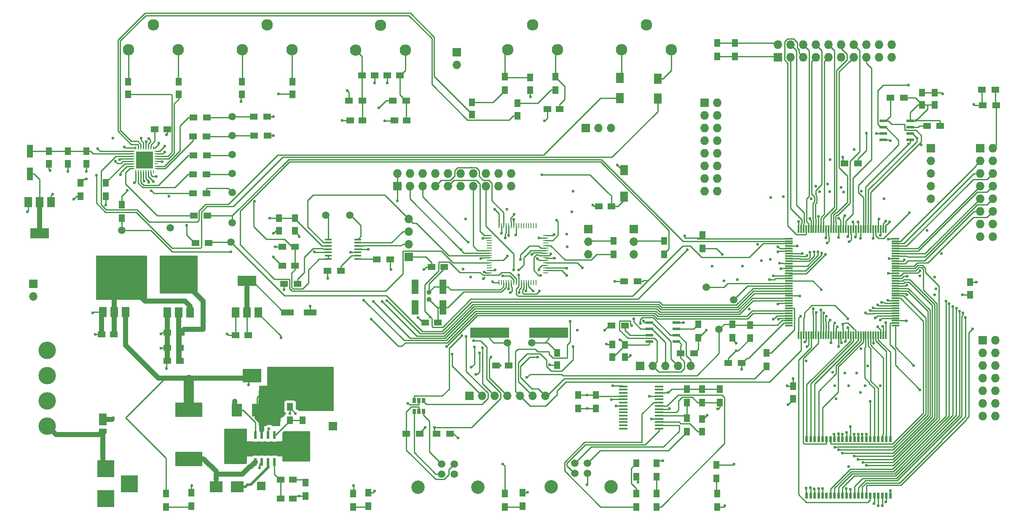
<source format=gbr>
G04 #@! TF.FileFunction,Copper,L1,Top,Signal*
%FSLAX46Y46*%
G04 Gerber Fmt 4.6, Leading zero omitted, Abs format (unit mm)*
G04 Created by KiCad (PCBNEW 4.0.7-e2-6376~58~ubuntu16.04.1) date Sat Apr  6 13:35:55 2019*
%MOMM*%
%LPD*%
G01*
G04 APERTURE LIST*
%ADD10C,0.100000*%
%ADD11R,1.550000X0.600000*%
%ADD12R,1.750000X0.450000*%
%ADD13C,1.500000*%
%ADD14R,3.750000X2.700000*%
%ADD15R,1.727200X1.727200*%
%ADD16O,1.727200X1.727200*%
%ADD17R,1.700000X1.700000*%
%ADD18O,1.700000X1.700000*%
%ADD19R,0.250000X1.000000*%
%ADD20R,1.000000X0.250000*%
%ADD21R,1.430000X2.850000*%
%ADD22R,1.500000X1.250000*%
%ADD23C,1.000000*%
%ADD24R,1.600000X2.000000*%
%ADD25R,1.500000X1.300000*%
%ADD26C,1.520000*%
%ADD27C,2.700000*%
%ADD28R,0.650000X1.060000*%
%ADD29R,7.875000X2.000000*%
%ADD30R,1.250000X1.500000*%
%ADD31R,1.300000X1.500000*%
%ADD32R,0.500000X1.200000*%
%ADD33C,2.300000*%
%ADD34R,0.300000X1.550000*%
%ADD35R,1.550000X0.300000*%
%ADD36R,2.000000X2.500000*%
%ADD37R,2.500000X2.300000*%
%ADD38R,0.600000X1.550000*%
%ADD39R,1.175000X1.175000*%
%ADD40R,5.400040X2.900680*%
%ADD41R,1.500000X2.400000*%
%ADD42R,1.500000X1.050000*%
%ADD43R,3.500000X3.500000*%
%ADD44C,3.500000*%
%ADD45R,3.800000X2.000000*%
%ADD46R,1.500000X2.000000*%
%ADD47R,2.598420X1.198880*%
%ADD48R,2.600960X1.198880*%
%ADD49R,1.450000X0.450000*%
%ADD50R,0.250000X0.700000*%
%ADD51R,0.700000X0.250000*%
%ADD52R,1.725000X1.725000*%
%ADD53R,1.198880X2.598420*%
%ADD54R,1.198880X2.600960*%
%ADD55C,0.600000*%
%ADD56C,1.200000*%
%ADD57C,0.250000*%
%ADD58C,0.500000*%
%ADD59C,1.000000*%
%ADD60C,2.000000*%
%ADD61C,0.254000*%
G04 APERTURE END LIST*
D10*
D11*
X183802000Y-117602000D03*
X183802000Y-116332000D03*
X183802000Y-115062000D03*
X183802000Y-113792000D03*
X178402000Y-113792000D03*
X178402000Y-115062000D03*
X178402000Y-116332000D03*
X178402000Y-117602000D03*
D12*
X173140000Y-126678000D03*
X173140000Y-127328000D03*
X173140000Y-127978000D03*
X173140000Y-128628000D03*
X173140000Y-129278000D03*
X173140000Y-129928000D03*
X173140000Y-130578000D03*
X173140000Y-131228000D03*
X173140000Y-131878000D03*
X173140000Y-132528000D03*
X173140000Y-133178000D03*
X173140000Y-133828000D03*
X173140000Y-134478000D03*
X173140000Y-135128000D03*
X180340000Y-135128000D03*
X180340000Y-134478000D03*
X180340000Y-133828000D03*
X180340000Y-133178000D03*
X180340000Y-132528000D03*
X180340000Y-131878000D03*
X180340000Y-131228000D03*
X180340000Y-130578000D03*
X180340000Y-129928000D03*
X180340000Y-129278000D03*
X180340000Y-128628000D03*
X180340000Y-127978000D03*
X180340000Y-127328000D03*
X180340000Y-126678000D03*
D13*
X94361000Y-97663000D03*
D14*
X98552000Y-124460000D03*
X106102000Y-124460000D03*
D15*
X204216000Y-60452000D03*
D16*
X204216000Y-57912000D03*
X206756000Y-60452000D03*
X206756000Y-57912000D03*
X209296000Y-60452000D03*
X209296000Y-57912000D03*
X211836000Y-60452000D03*
X211836000Y-57912000D03*
X214376000Y-60452000D03*
X214376000Y-57912000D03*
X216916000Y-60452000D03*
X216916000Y-57912000D03*
X219456000Y-60452000D03*
X219456000Y-57912000D03*
X221996000Y-60452000D03*
X221996000Y-57912000D03*
X224536000Y-60452000D03*
X224536000Y-57912000D03*
X227076000Y-60452000D03*
X227076000Y-57912000D03*
D15*
X189484000Y-69596000D03*
D16*
X192024000Y-69596000D03*
X189484000Y-72136000D03*
X192024000Y-72136000D03*
X189484000Y-74676000D03*
X192024000Y-74676000D03*
X189484000Y-77216000D03*
X192024000Y-77216000D03*
X189484000Y-79756000D03*
X192024000Y-79756000D03*
X189484000Y-82296000D03*
X192024000Y-82296000D03*
X189484000Y-84836000D03*
X192024000Y-84836000D03*
X189484000Y-87376000D03*
X192024000Y-87376000D03*
D17*
X166116000Y-94996000D03*
D18*
X166116000Y-97536000D03*
X166116000Y-100076000D03*
D19*
X148142000Y-105776000D03*
X148642000Y-105776000D03*
X149142000Y-105776000D03*
X149642000Y-105776000D03*
X150142000Y-105776000D03*
X150642000Y-105776000D03*
X151142000Y-105776000D03*
X151642000Y-105776000D03*
X152142000Y-105776000D03*
X152642000Y-105776000D03*
X153142000Y-105776000D03*
X153642000Y-105776000D03*
X154142000Y-105776000D03*
X154642000Y-105776000D03*
X155142000Y-105776000D03*
X155642000Y-105776000D03*
D20*
X157592000Y-103826000D03*
X157592000Y-103326000D03*
X157592000Y-102826000D03*
X157592000Y-102326000D03*
X157592000Y-101826000D03*
X157592000Y-101326000D03*
X157592000Y-100826000D03*
X157592000Y-100326000D03*
X157592000Y-99826000D03*
X157592000Y-99326000D03*
X157592000Y-98826000D03*
X157592000Y-98326000D03*
X157592000Y-97826000D03*
X157592000Y-97326000D03*
X157592000Y-96826000D03*
X157592000Y-96326000D03*
D19*
X155642000Y-94376000D03*
X155142000Y-94376000D03*
X154642000Y-94376000D03*
X154142000Y-94376000D03*
X153642000Y-94376000D03*
X153142000Y-94376000D03*
X152642000Y-94376000D03*
X152142000Y-94376000D03*
X151642000Y-94376000D03*
X151142000Y-94376000D03*
X150642000Y-94376000D03*
X150142000Y-94376000D03*
X149642000Y-94376000D03*
X149142000Y-94376000D03*
X148642000Y-94376000D03*
X148142000Y-94376000D03*
D20*
X146192000Y-96326000D03*
X146192000Y-96826000D03*
X146192000Y-97326000D03*
X146192000Y-97826000D03*
X146192000Y-98326000D03*
X146192000Y-98826000D03*
X146192000Y-99326000D03*
X146192000Y-99826000D03*
X146192000Y-100326000D03*
X146192000Y-100826000D03*
X146192000Y-101326000D03*
X146192000Y-101826000D03*
X146192000Y-102326000D03*
X146192000Y-102826000D03*
X146192000Y-103326000D03*
X146192000Y-103826000D03*
D17*
X175260000Y-94996000D03*
D18*
X175260000Y-97536000D03*
X175260000Y-100076000D03*
D21*
X136927000Y-106637000D03*
X131297000Y-106637000D03*
X131297000Y-110787000D03*
X136927000Y-110787000D03*
D22*
X135870000Y-113792000D03*
X133370000Y-113792000D03*
X137160000Y-102616000D03*
X134660000Y-102616000D03*
D17*
X130048000Y-100584000D03*
D18*
X130048000Y-98044000D03*
X130048000Y-95504000D03*
X130048000Y-92964000D03*
D23*
X134112000Y-107696000D03*
X134112000Y-109196000D03*
D24*
X173355000Y-88552000D03*
X173355000Y-83152000D03*
D22*
X170775000Y-90424000D03*
X168275000Y-90424000D03*
X150094000Y-122428000D03*
X147594000Y-122428000D03*
D15*
X127762000Y-86360000D03*
D16*
X127762000Y-83820000D03*
X130302000Y-86360000D03*
X130302000Y-83820000D03*
X132842000Y-86360000D03*
X132842000Y-83820000D03*
X135382000Y-86360000D03*
X135382000Y-83820000D03*
X137922000Y-86360000D03*
X137922000Y-83820000D03*
X140462000Y-86360000D03*
X140462000Y-83820000D03*
X143002000Y-86360000D03*
X143002000Y-83820000D03*
X145542000Y-86360000D03*
X145542000Y-83820000D03*
X148082000Y-86360000D03*
X148082000Y-83820000D03*
X150622000Y-86360000D03*
X150622000Y-83820000D03*
D25*
X129540000Y-136144000D03*
X132240000Y-136144000D03*
D26*
X136652000Y-142272000D03*
X139192000Y-142272000D03*
X139192000Y-144272000D03*
X136652000Y-144272000D03*
D27*
X131922000Y-146972000D03*
X143922000Y-146972000D03*
D25*
X135636000Y-136144000D03*
X138336000Y-136144000D03*
D28*
X133030000Y-129456000D03*
X132080000Y-129456000D03*
X131130000Y-129456000D03*
X131130000Y-131656000D03*
X133030000Y-131656000D03*
X132080000Y-131656000D03*
D29*
X146304000Y-115824000D03*
X158179000Y-115824000D03*
D30*
X159893000Y-119888000D03*
X159893000Y-122388000D03*
D17*
X142240000Y-128524000D03*
D18*
X144780000Y-128524000D03*
X147320000Y-128524000D03*
X149860000Y-128524000D03*
X152400000Y-128524000D03*
X154940000Y-128524000D03*
X157480000Y-128524000D03*
D17*
X165608000Y-74676000D03*
D18*
X168148000Y-74676000D03*
X170688000Y-74676000D03*
D31*
X152908000Y-148002000D03*
X152908000Y-150702000D03*
X175768000Y-144780000D03*
X175768000Y-142080000D03*
D13*
X149860000Y-117856000D03*
X154740000Y-117856000D03*
D15*
X245364000Y-117348000D03*
D16*
X247904000Y-117348000D03*
X245364000Y-119888000D03*
X247904000Y-119888000D03*
X245364000Y-122428000D03*
X247904000Y-122428000D03*
X245364000Y-124968000D03*
X247904000Y-124968000D03*
X245364000Y-127508000D03*
X247904000Y-127508000D03*
X245364000Y-130048000D03*
X247904000Y-130048000D03*
X245364000Y-132588000D03*
X247904000Y-132588000D03*
D32*
X209996000Y-148609002D03*
X210796000Y-148609002D03*
X211596000Y-148609002D03*
X212396000Y-148609002D03*
X213196000Y-148609002D03*
X213996000Y-148609002D03*
X214796000Y-148609002D03*
X215596000Y-148609002D03*
X216396000Y-148609002D03*
X217196000Y-148609002D03*
X217996000Y-148609002D03*
X218796000Y-148609002D03*
X220396000Y-148609002D03*
X219596000Y-148609002D03*
X221196000Y-148609002D03*
X221996000Y-148609002D03*
X222796000Y-148609002D03*
X223596000Y-148609002D03*
X224396000Y-148609002D03*
X225196000Y-148609002D03*
X225996000Y-148609002D03*
X226796000Y-148609002D03*
X226796000Y-137309002D03*
X225996000Y-137309002D03*
X225196000Y-137309002D03*
X224396000Y-137309002D03*
X223596000Y-137309002D03*
X222796000Y-137309002D03*
X221996000Y-137309002D03*
X221196000Y-137309002D03*
X219596000Y-137309002D03*
X220396000Y-137309002D03*
X218796000Y-137309002D03*
X217996000Y-137309002D03*
X217196000Y-137309002D03*
X216396000Y-137309002D03*
X215596000Y-137309002D03*
X214796000Y-137309002D03*
X213996000Y-137309002D03*
X213196000Y-137309002D03*
X212396000Y-137309002D03*
X211596000Y-137309002D03*
X210796000Y-137309002D03*
X209996000Y-137309002D03*
D30*
X170942000Y-120737000D03*
X170942000Y-118237000D03*
D31*
X167640000Y-128364000D03*
X167640000Y-131064000D03*
D25*
X170782000Y-114427000D03*
X173482000Y-114427000D03*
D30*
X173482000Y-118277000D03*
X173482000Y-120777000D03*
D31*
X164084000Y-128364000D03*
X164084000Y-131064000D03*
X179832000Y-142080000D03*
X179832000Y-144780000D03*
X179832000Y-150876000D03*
X179832000Y-148176000D03*
D26*
X163418000Y-142112000D03*
X165958000Y-142112000D03*
X165958000Y-144112000D03*
X163418000Y-144112000D03*
D27*
X158688000Y-146812000D03*
X170688000Y-146812000D03*
D31*
X149352000Y-150876000D03*
X149352000Y-148176000D03*
X175768000Y-150876000D03*
X175768000Y-148176000D03*
X198628000Y-117000000D03*
X198628000Y-114300000D03*
X188214000Y-116840000D03*
X188214000Y-114140000D03*
X195072000Y-114140000D03*
X195072000Y-116840000D03*
X185928000Y-129921000D03*
X185928000Y-127221000D03*
X188976000Y-129921000D03*
X188976000Y-127221000D03*
X192532000Y-129921000D03*
X192532000Y-127221000D03*
D25*
X187405000Y-120015000D03*
X184705000Y-120015000D03*
X194230000Y-121920000D03*
X196930000Y-121920000D03*
D30*
X207264000Y-126619000D03*
X207264000Y-129119000D03*
D31*
X191897000Y-142461000D03*
X191897000Y-145161000D03*
D30*
X188976000Y-135723000D03*
X188976000Y-133223000D03*
D31*
X192024000Y-150876000D03*
X192024000Y-148176000D03*
X185928000Y-135763000D03*
X185928000Y-133063000D03*
D30*
X151892000Y-72243000D03*
X151892000Y-69743000D03*
X142748000Y-72009000D03*
X142748000Y-69509000D03*
D31*
X159512000Y-67056000D03*
X159512000Y-64356000D03*
D17*
X139700000Y-59436000D03*
D18*
X139700000Y-61976000D03*
D30*
X154432000Y-64556000D03*
X154432000Y-67056000D03*
D33*
X154940000Y-53975000D03*
X159940000Y-58975000D03*
X149940000Y-58975000D03*
D31*
X149352000Y-67056000D03*
X149352000Y-64356000D03*
D33*
X177800000Y-53975000D03*
X182800000Y-58975000D03*
X172800000Y-58975000D03*
D22*
X160401000Y-70866000D03*
X157901000Y-70866000D03*
D24*
X172466000Y-68675000D03*
X172466000Y-64675000D03*
X180086000Y-68802000D03*
X180086000Y-64802000D03*
D13*
X195326000Y-109220000D03*
D31*
X181356000Y-97376000D03*
X181356000Y-100076000D03*
X171196000Y-97376000D03*
X171196000Y-100076000D03*
D25*
X118030000Y-69215000D03*
X120730000Y-69215000D03*
D22*
X128250000Y-64135000D03*
X125750000Y-64135000D03*
X120670000Y-64135000D03*
X123170000Y-64135000D03*
X118257000Y-73152000D03*
X120757000Y-73152000D03*
X127167000Y-73152000D03*
X129667000Y-73152000D03*
D33*
X124380000Y-54055000D03*
X129380000Y-59055000D03*
X119380000Y-59055000D03*
D25*
X126840000Y-69215000D03*
X129540000Y-69215000D03*
D13*
X192405000Y-115189000D03*
X189865000Y-106680000D03*
D25*
X173355000Y-105537000D03*
X176055000Y-105537000D03*
D31*
X189103000Y-98933000D03*
X189103000Y-96233000D03*
D25*
X217598000Y-81788000D03*
X220298000Y-81788000D03*
D31*
X195580000Y-57578000D03*
X195580000Y-60278000D03*
X192024000Y-57578000D03*
X192024000Y-60278000D03*
D25*
X226822000Y-68580000D03*
X229522000Y-68580000D03*
D11*
X225392000Y-73279000D03*
X225392000Y-74549000D03*
X225392000Y-75819000D03*
X225392000Y-77089000D03*
X230792000Y-77089000D03*
X230792000Y-75819000D03*
X230792000Y-74549000D03*
X230792000Y-73279000D03*
D30*
X242824000Y-108204000D03*
X242824000Y-105704000D03*
D15*
X244856000Y-78740000D03*
D16*
X247396000Y-78740000D03*
X244856000Y-81280000D03*
X247396000Y-81280000D03*
X244856000Y-83820000D03*
X247396000Y-83820000D03*
X244856000Y-86360000D03*
X247396000Y-86360000D03*
X244856000Y-88900000D03*
X247396000Y-88900000D03*
X244856000Y-91440000D03*
X247396000Y-91440000D03*
X244856000Y-93980000D03*
X247396000Y-93980000D03*
X244856000Y-96520000D03*
X247396000Y-96520000D03*
D34*
X225876000Y-94996000D03*
X225376000Y-94996000D03*
X224876000Y-94996000D03*
X224376000Y-94996000D03*
X223876000Y-94996000D03*
X223376000Y-94996000D03*
X222876000Y-94996000D03*
X222376000Y-94996000D03*
X221876000Y-94996000D03*
X221376000Y-94996000D03*
X220876000Y-94996000D03*
X220376000Y-94996000D03*
X219876000Y-94996000D03*
X219376000Y-94996000D03*
X218876000Y-94996000D03*
X218376000Y-94996000D03*
X217876000Y-94996000D03*
X217376000Y-94996000D03*
X216876000Y-94996000D03*
X216376000Y-94996000D03*
X215876000Y-94996000D03*
X215376000Y-94996000D03*
X214876000Y-94996000D03*
X214376000Y-94996000D03*
X213876000Y-94996000D03*
X213376000Y-94996000D03*
X212876000Y-94996000D03*
X212376000Y-94996000D03*
X211876000Y-94996000D03*
X211376000Y-94996000D03*
X210876000Y-94996000D03*
X210376000Y-94996000D03*
X209876000Y-94996000D03*
X209376000Y-94996000D03*
X208876000Y-94996000D03*
X208376000Y-94996000D03*
D35*
X206426000Y-96946000D03*
X206426000Y-97446000D03*
X206426000Y-97946000D03*
X206426000Y-98446000D03*
X206426000Y-98946000D03*
X206426000Y-99446000D03*
X206426000Y-99946000D03*
X206426000Y-100446000D03*
X206426000Y-100946000D03*
X206426000Y-101446000D03*
X206426000Y-101946000D03*
X206426000Y-102446000D03*
X206426000Y-102946000D03*
X206426000Y-103446000D03*
X206426000Y-103946000D03*
X206426000Y-104446000D03*
X206426000Y-104946000D03*
X206426000Y-105446000D03*
X206426000Y-105946000D03*
X206426000Y-106446000D03*
X206426000Y-106946000D03*
X206426000Y-107446000D03*
X206426000Y-107946000D03*
X206426000Y-108446000D03*
X206426000Y-108946000D03*
X206426000Y-109446000D03*
X206426000Y-109946000D03*
X206426000Y-110446000D03*
X206426000Y-110946000D03*
X206426000Y-111446000D03*
X206426000Y-111946000D03*
X206426000Y-112446000D03*
X206426000Y-112946000D03*
X206426000Y-113446000D03*
X206426000Y-113946000D03*
X206426000Y-114446000D03*
D34*
X208376000Y-116396000D03*
X208876000Y-116396000D03*
X209376000Y-116396000D03*
X209876000Y-116396000D03*
X210376000Y-116396000D03*
X210876000Y-116396000D03*
X211376000Y-116396000D03*
X211876000Y-116396000D03*
X212376000Y-116396000D03*
X212876000Y-116396000D03*
X213376000Y-116396000D03*
X213876000Y-116396000D03*
X214376000Y-116396000D03*
X214876000Y-116396000D03*
X215376000Y-116396000D03*
X215876000Y-116396000D03*
X216376000Y-116396000D03*
X216876000Y-116396000D03*
X217376000Y-116396000D03*
X217876000Y-116396000D03*
X218376000Y-116396000D03*
X218876000Y-116396000D03*
X219376000Y-116396000D03*
X219876000Y-116396000D03*
X220376000Y-116396000D03*
X220876000Y-116396000D03*
X221376000Y-116396000D03*
X221876000Y-116396000D03*
X222376000Y-116396000D03*
X222876000Y-116396000D03*
X223376000Y-116396000D03*
X223876000Y-116396000D03*
X224376000Y-116396000D03*
X224876000Y-116396000D03*
X225376000Y-116396000D03*
X225876000Y-116396000D03*
D35*
X227826000Y-114446000D03*
X227826000Y-113946000D03*
X227826000Y-113446000D03*
X227826000Y-112946000D03*
X227826000Y-112446000D03*
X227826000Y-111946000D03*
X227826000Y-111446000D03*
X227826000Y-110946000D03*
X227826000Y-110446000D03*
X227826000Y-109946000D03*
X227826000Y-109446000D03*
X227826000Y-108946000D03*
X227826000Y-108446000D03*
X227826000Y-107946000D03*
X227826000Y-107446000D03*
X227826000Y-106946000D03*
X227826000Y-106446000D03*
X227826000Y-105946000D03*
X227826000Y-105446000D03*
X227826000Y-104946000D03*
X227826000Y-104446000D03*
X227826000Y-103946000D03*
X227826000Y-103446000D03*
X227826000Y-102946000D03*
X227826000Y-102446000D03*
X227826000Y-101946000D03*
X227826000Y-101446000D03*
X227826000Y-100946000D03*
X227826000Y-100446000D03*
X227826000Y-99946000D03*
X227826000Y-99446000D03*
X227826000Y-98946000D03*
X227826000Y-98446000D03*
X227826000Y-97946000D03*
X227826000Y-97446000D03*
X227826000Y-96946000D03*
D25*
X247880998Y-66973001D03*
X245180998Y-66973001D03*
D30*
X233172000Y-70064000D03*
X233172000Y-67564000D03*
X235712000Y-70064000D03*
X235712000Y-67564000D03*
D25*
X248064000Y-70104000D03*
X245364000Y-70104000D03*
X236855000Y-74295000D03*
X234155000Y-74295000D03*
D22*
X104287000Y-145415000D03*
X106787000Y-145415000D03*
D36*
X95536000Y-131445000D03*
X99536000Y-131445000D03*
D31*
X108712000Y-133430000D03*
X108712000Y-130730000D03*
D37*
X91322000Y-146812000D03*
X95622000Y-146812000D03*
D17*
X100457000Y-146685000D03*
X114808000Y-134620000D03*
D31*
X106172000Y-130730000D03*
X106172000Y-133430000D03*
D38*
X99234500Y-141812500D03*
X100504500Y-141812500D03*
X101774500Y-141812500D03*
X103044500Y-141812500D03*
X103044500Y-136412500D03*
X101774500Y-136412500D03*
X100504500Y-136412500D03*
X99234500Y-136412500D03*
D39*
X101727000Y-138525000D03*
X100552000Y-138525000D03*
X101727000Y-139700000D03*
X100552000Y-139700000D03*
D31*
X86360000Y-150702000D03*
X86360000Y-148002000D03*
X81280000Y-150876000D03*
X81280000Y-148176000D03*
D40*
X85852000Y-141224000D03*
X85852000Y-131323080D03*
D41*
X68580000Y-133261000D03*
D42*
X68580000Y-135636000D03*
D43*
X69215000Y-143225000D03*
X69215000Y-149225000D03*
X73915000Y-146225000D03*
D44*
X57404000Y-134620000D03*
X57404000Y-129540000D03*
X57404000Y-124460000D03*
X57404000Y-119380000D03*
D22*
X104287000Y-149225000D03*
X106787000Y-149225000D03*
D31*
X121920000Y-148002000D03*
X121920000Y-150702000D03*
X118872000Y-150876000D03*
X118872000Y-148176000D03*
X109347000Y-145970000D03*
X109347000Y-148670000D03*
D22*
X84054000Y-121539000D03*
X81554000Y-121539000D03*
D25*
X84234000Y-115824000D03*
X81534000Y-115824000D03*
D22*
X84054000Y-118872000D03*
X81554000Y-118872000D03*
X70826000Y-116205000D03*
X68326000Y-116205000D03*
D45*
X83804240Y-105460000D03*
D46*
X83804240Y-111760000D03*
X86104240Y-111760000D03*
X81504240Y-111760000D03*
D45*
X55880000Y-95885000D03*
D46*
X55880000Y-89585000D03*
X53580000Y-89585000D03*
X58180000Y-89585000D03*
D17*
X54610000Y-106045000D03*
D18*
X54610000Y-108585000D03*
D45*
X70866000Y-105435000D03*
D46*
X70866000Y-111735000D03*
X73166000Y-111735000D03*
X68566000Y-111735000D03*
D22*
X97770000Y-116332000D03*
X95270000Y-116332000D03*
D47*
X110236000Y-111760000D03*
D48*
X105633520Y-111760000D03*
D25*
X107729000Y-106045000D03*
X105029000Y-106045000D03*
D45*
X97536000Y-105460000D03*
D46*
X97536000Y-111760000D03*
X99836000Y-111760000D03*
X95236000Y-111760000D03*
D49*
X113890000Y-97110000D03*
X113890000Y-97760000D03*
X113890000Y-98410000D03*
X113890000Y-99060000D03*
X113890000Y-99710000D03*
X113890000Y-100360000D03*
X113890000Y-101010000D03*
X119790000Y-101010000D03*
X119790000Y-100360000D03*
X119790000Y-99710000D03*
X119790000Y-99060000D03*
X119790000Y-98410000D03*
X119790000Y-97760000D03*
X119790000Y-97110000D03*
D30*
X107188000Y-92857000D03*
X107188000Y-95357000D03*
X104013000Y-92857000D03*
X104013000Y-95357000D03*
D22*
X107168000Y-98552000D03*
X104668000Y-98552000D03*
X107168000Y-102362000D03*
X104668000Y-102362000D03*
D13*
X113357000Y-92202000D03*
X118237000Y-92202000D03*
D25*
X89417639Y-87796615D03*
X86717639Y-87796615D03*
X89417639Y-83986615D03*
X86717639Y-83986615D03*
X89497639Y-80176615D03*
X86797639Y-80176615D03*
D13*
X94615000Y-83820000D03*
X94615000Y-80010000D03*
D22*
X79014000Y-74930000D03*
X81514000Y-74930000D03*
D30*
X65278000Y-79375000D03*
X65278000Y-81875000D03*
D50*
X75225000Y-83525000D03*
X75725000Y-83525000D03*
X76225000Y-83525000D03*
X76725000Y-83525000D03*
X77225000Y-83525000D03*
X77725000Y-83525000D03*
X78225000Y-83525000D03*
X78725000Y-83525000D03*
D51*
X79375000Y-82875000D03*
X79375000Y-82375000D03*
X79375000Y-81875000D03*
X79375000Y-81375000D03*
X79375000Y-80875000D03*
X79375000Y-80375000D03*
X79375000Y-79875000D03*
X79375000Y-79375000D03*
D50*
X78725000Y-78725000D03*
X78225000Y-78725000D03*
X77725000Y-78725000D03*
X77225000Y-78725000D03*
X76725000Y-78725000D03*
X76225000Y-78725000D03*
X75725000Y-78725000D03*
X75225000Y-78725000D03*
D51*
X74575000Y-79375000D03*
X74575000Y-79875000D03*
X74575000Y-80375000D03*
X74575000Y-80875000D03*
X74575000Y-81375000D03*
X74575000Y-81875000D03*
X74575000Y-82375000D03*
X74575000Y-82875000D03*
D52*
X77837500Y-80262500D03*
X76112500Y-80262500D03*
X77837500Y-81987500D03*
X76112500Y-81987500D03*
D13*
X82169000Y-94742000D03*
D25*
X89497639Y-72556615D03*
X86797639Y-72556615D03*
X89417639Y-76366615D03*
X86717639Y-76366615D03*
D13*
X94615000Y-72390000D03*
X94615000Y-76200000D03*
D31*
X69215000Y-88425000D03*
X69215000Y-85725000D03*
X72390000Y-92790000D03*
X72390000Y-90090000D03*
D13*
X72390000Y-95250000D03*
D30*
X57785000Y-79395000D03*
X57785000Y-81895000D03*
D31*
X64135000Y-88425000D03*
X64135000Y-85725000D03*
D53*
X53975000Y-79375000D03*
D54*
X53975000Y-83977480D03*
D30*
X61595000Y-79395000D03*
X61595000Y-81895000D03*
D33*
X78740000Y-53975000D03*
X83740000Y-58975000D03*
X73740000Y-58975000D03*
D30*
X83820000Y-67925000D03*
X83820000Y-65425000D03*
X106680000Y-67925000D03*
X106680000Y-65425000D03*
X73660000Y-67925000D03*
X73660000Y-65425000D03*
X96520000Y-67925000D03*
X96520000Y-65425000D03*
D33*
X101600000Y-53975000D03*
X106600000Y-58975000D03*
X96600000Y-58975000D03*
D13*
X94615000Y-87630000D03*
D25*
X89878639Y-97829615D03*
X87178639Y-97829615D03*
D13*
X94615000Y-93726000D03*
D25*
X89568000Y-92329000D03*
X86868000Y-92329000D03*
X113712000Y-103378000D03*
X116412000Y-103378000D03*
X126318000Y-101092000D03*
X123618000Y-101092000D03*
X101600000Y-72390000D03*
X98900000Y-72390000D03*
X101680000Y-76200000D03*
X98980000Y-76200000D03*
D17*
X234950000Y-78740000D03*
D18*
X234950000Y-81280000D03*
X234950000Y-83820000D03*
X234950000Y-86360000D03*
X234950000Y-88900000D03*
D17*
X176530000Y-122555000D03*
D18*
X179070000Y-122555000D03*
X181610000Y-122555000D03*
X184150000Y-122555000D03*
X186690000Y-122555000D03*
D31*
X201930000Y-119935000D03*
X201930000Y-122635000D03*
D55*
X76112500Y-81987500D03*
X77837500Y-81987500D03*
X77837500Y-80262500D03*
X76112500Y-80262500D03*
X140948771Y-103096502D03*
X102108000Y-92837000D03*
X110236000Y-110490000D03*
X223774000Y-112903000D03*
X225933000Y-113792002D03*
X66548000Y-111887000D03*
X102870000Y-100584000D03*
X206248000Y-130302000D03*
X178816000Y-133223000D03*
X182499000Y-131064000D03*
X178435000Y-128651000D03*
X214757000Y-81026000D03*
X219583000Y-78994000D03*
X80264000Y-116078000D03*
X80264000Y-118999000D03*
X195834000Y-117983000D03*
X81407000Y-123063000D03*
X104013000Y-129540000D03*
X111760000Y-129540000D03*
X110490000Y-129540000D03*
X105410000Y-128270000D03*
X107950000Y-128270000D03*
X107950000Y-127000000D03*
X111760000Y-127000000D03*
X110490000Y-127000000D03*
X109220000Y-127000000D03*
X109220000Y-128270000D03*
X110490000Y-128270000D03*
X111760000Y-128270000D03*
X113157000Y-128270000D03*
X114046000Y-129540000D03*
X114046000Y-128270000D03*
X113988010Y-126422990D03*
X58547000Y-88011000D03*
X62738000Y-89027000D03*
X153924000Y-147955000D03*
X167021000Y-90170000D03*
X171958000Y-82169000D03*
X123190000Y-147701000D03*
X129921000Y-130048000D03*
X139954000Y-137033000D03*
X171704000Y-130556000D03*
X165989000Y-131064000D03*
X165862000Y-146431000D03*
X189992000Y-132461000D03*
X182245000Y-127889000D03*
X162814000Y-91567000D03*
X163068000Y-87376000D03*
X142494000Y-104648000D03*
X147447000Y-103251000D03*
X97663000Y-146399000D03*
X101854000Y-142875000D03*
X108077000Y-148670000D03*
X86487000Y-146558000D03*
X141478000Y-92964000D03*
X153616330Y-107451999D03*
X148393989Y-122428000D03*
X158333000Y-122301000D03*
X148717000Y-95885000D03*
X156210000Y-96774000D03*
X161925000Y-98552000D03*
X149820000Y-91059000D03*
X161798000Y-104325999D03*
X185293000Y-113792000D03*
X174625000Y-120396000D03*
X169799000Y-118110000D03*
X193548000Y-150689979D03*
X218821000Y-147320000D03*
X210058000Y-118618000D03*
X217297000Y-114173000D03*
X217419417Y-87540999D03*
X214249000Y-85979000D03*
X133096000Y-103124000D03*
X131953000Y-112776000D03*
X93599000Y-116078000D03*
X103251000Y-98552000D03*
X102870000Y-95885000D03*
X118364000Y-99695000D03*
X108049559Y-96547441D03*
X111058942Y-99634058D03*
X57971564Y-83252436D03*
X154559000Y-68453000D03*
X157353000Y-73279000D03*
X72009000Y-81026000D03*
X70612000Y-76708000D03*
X81407000Y-76073000D03*
X79883000Y-77724000D03*
X123190000Y-65658996D03*
X125730000Y-65659000D03*
X80518000Y-81500010D03*
X65278000Y-83439000D03*
X61595000Y-83439000D03*
X81915000Y-88421615D03*
X79375000Y-84455000D03*
X219837000Y-96647000D03*
X226822000Y-77216000D03*
X237363000Y-67818000D03*
X243586000Y-69977000D03*
X203327000Y-113157000D03*
X208788000Y-112522000D03*
X226441000Y-103886000D03*
X226568000Y-100965000D03*
X226441000Y-97028000D03*
X224790000Y-96266000D03*
X212979000Y-107188000D03*
X204597000Y-101854000D03*
X204851000Y-102997000D03*
X213868000Y-96774000D03*
X218059000Y-135890000D03*
X209921010Y-121539000D03*
X218431859Y-142781857D03*
X220853000Y-127889000D03*
X198464575Y-111156324D03*
X193421000Y-105410000D03*
X244094000Y-105664000D03*
X215900000Y-129159000D03*
X67056000Y-116205000D03*
X205359000Y-88519000D03*
X202819000Y-88646000D03*
X212598000Y-87503000D03*
X214630000Y-87503000D03*
X237109000Y-99949000D03*
X220091000Y-123952000D03*
X217678000Y-123952000D03*
X191008000Y-102489000D03*
X197104000Y-102489000D03*
X210947000Y-88900000D03*
X215265000Y-123824996D03*
X222250000Y-122555000D03*
X234188000Y-95250000D03*
X235712000Y-104648000D03*
X235712000Y-108204000D03*
X225552000Y-88900000D03*
X200192000Y-98084000D03*
X148971000Y-104394000D03*
X156845000Y-84074000D03*
X151130000Y-103235010D03*
X155067000Y-107442000D03*
X150114000Y-107061000D03*
X102870000Y-76200000D03*
X102870000Y-72390000D03*
X99060705Y-89403590D03*
X196088000Y-105156000D03*
X208661000Y-108458000D03*
X217292493Y-80518000D03*
X171450000Y-105537000D03*
X232791000Y-104394000D03*
X232029000Y-73152000D03*
X193040006Y-100076000D03*
X181102000Y-141605000D03*
X176149000Y-145923000D03*
X146878051Y-105603051D03*
X165862000Y-128364000D03*
X161798000Y-102869990D03*
X145229918Y-103642000D03*
X145034000Y-105029000D03*
X127762000Y-89348999D03*
X195800261Y-119507000D03*
X159258000Y-96139000D03*
X161798000Y-96012000D03*
X70485000Y-100965000D03*
X74422000Y-104902000D03*
X147320000Y-91059000D03*
X172482000Y-117277000D03*
X189865000Y-115316000D03*
X169418000Y-115316000D03*
X163957000Y-115316000D03*
X217678000Y-92329000D03*
X216916000Y-86614000D03*
X105029000Y-107188000D03*
X104394000Y-116840000D03*
X69215000Y-90170000D03*
X78740000Y-85471000D03*
X204343000Y-113157000D03*
X232790990Y-103378011D03*
X229616000Y-101219000D03*
X209679551Y-117731551D03*
X235975990Y-107061009D03*
X230124000Y-106289010D03*
X223452021Y-117983000D03*
X210643978Y-92938487D03*
X204216000Y-110071010D03*
X217932000Y-147193000D03*
X202565000Y-105156000D03*
X221742000Y-126545011D03*
X218440000Y-126545011D03*
X215646000Y-126545011D03*
X217001000Y-117856000D03*
X224790000Y-126545011D03*
X218821000Y-134747000D03*
X206121000Y-126545011D03*
X72009000Y-102489000D03*
X208407000Y-93472000D03*
X216376000Y-96742000D03*
X207264000Y-125095000D03*
X214884000Y-117856000D03*
X241300000Y-108204000D03*
X230124000Y-108204010D03*
X220980000Y-87376000D03*
X224536000Y-92964000D03*
X202692000Y-101092000D03*
X204216000Y-99568000D03*
X150495000Y-107823000D03*
X159766000Y-93217996D03*
X95123000Y-129667000D03*
X70739000Y-132969000D03*
X192151000Y-131191000D03*
X107315000Y-132080000D03*
X97917000Y-126365000D03*
X106172000Y-132080000D03*
X94996000Y-124968000D03*
X53467000Y-91567000D03*
X126492000Y-103124000D03*
X216451021Y-92837000D03*
X220914647Y-119060647D03*
X230251000Y-104521000D03*
X212344000Y-92455994D03*
X86360000Y-101863999D03*
X84963000Y-101863999D03*
X83693000Y-102362000D03*
X200914000Y-101346000D03*
X216408000Y-118618000D03*
X203276999Y-104470999D03*
X211836000Y-86360000D03*
X81026000Y-79502000D03*
X103886000Y-67818000D03*
X67564000Y-78867000D03*
X67292009Y-84201000D03*
X81025994Y-78359000D03*
X96393000Y-69342000D03*
X76327000Y-76708000D03*
X116713000Y-73152000D03*
X77326667Y-77444781D03*
X125222000Y-73279000D03*
X72898000Y-78486000D03*
X71120000Y-81407000D03*
X152273000Y-107823000D03*
X153797000Y-124841000D03*
X146558000Y-120777000D03*
X100076000Y-143002000D03*
X101981000Y-135128000D03*
X138811000Y-120142000D03*
X134409345Y-112688655D03*
X185547000Y-96393002D03*
X186055000Y-99187000D03*
X152146000Y-104267000D03*
X144907000Y-118872000D03*
X156317012Y-107442000D03*
X162441501Y-113546501D03*
X163068000Y-118618000D03*
X156591000Y-104325999D03*
X158623000Y-100045000D03*
X196977000Y-123190000D03*
X154813004Y-100076000D03*
X155956000Y-120786990D03*
X122936000Y-109591001D03*
X125669051Y-109407949D03*
X72136000Y-84074008D03*
X65278000Y-84963000D03*
X137671129Y-118632416D03*
X122555000Y-113175870D03*
X121031000Y-109347000D03*
X124714000Y-109591000D03*
X225298000Y-114554000D03*
X231521000Y-122428000D03*
X224282000Y-114681006D03*
X232791000Y-127381000D03*
X144526000Y-100965000D03*
X149860000Y-100457000D03*
X140538108Y-99196990D03*
X141986000Y-97663000D03*
X144980250Y-96902771D03*
X113792000Y-104902000D03*
X94361000Y-99568000D03*
X226641169Y-93614268D03*
X151257000Y-92075000D03*
X151130000Y-93091000D03*
X225858036Y-93450851D03*
X204216000Y-98552000D03*
X209169000Y-99949000D03*
X210058000Y-100330000D03*
X210693000Y-99695000D03*
X211482117Y-99563481D03*
X212282104Y-99568400D03*
X213033877Y-99841969D03*
X213793364Y-100093330D03*
X214122000Y-97790000D03*
X218313000Y-96520000D03*
X218567000Y-97536000D03*
X219329000Y-93589000D03*
X220345000Y-93599000D03*
X220853000Y-96901000D03*
X143256000Y-118745000D03*
X118999000Y-146558000D03*
X142621000Y-122809000D03*
X152527000Y-101092000D03*
X148971000Y-142240000D03*
X143510000Y-124206000D03*
X144272000Y-119888000D03*
X152146000Y-103251000D03*
X156226163Y-103233199D03*
X174879000Y-114427000D03*
X143129000Y-117475000D03*
X151577058Y-96199942D03*
X135255000Y-134874000D03*
X133350000Y-134874000D03*
X208151321Y-98426679D03*
X195453000Y-142239996D03*
X233045000Y-78105000D03*
X224028000Y-75819000D03*
X221996000Y-75692000D03*
X77841594Y-76832515D03*
X117729000Y-67192999D03*
X124079000Y-70612000D03*
X77851000Y-85598000D03*
X85471000Y-94234000D03*
X76871948Y-85375846D03*
X78321894Y-87298023D03*
X73532994Y-87249000D03*
X74930000Y-85725000D03*
X175260000Y-113030004D03*
X164972295Y-102863999D03*
X176623781Y-113970004D03*
X155874283Y-100943011D03*
X177255907Y-113479662D03*
X159385000Y-100838000D03*
X150114000Y-96266000D03*
X141605000Y-116586000D03*
X140722215Y-116465215D03*
X149479000Y-96774000D03*
X97536000Y-139700000D03*
X97536000Y-138525000D03*
X95504000Y-138684000D03*
X94488000Y-138684000D03*
X93472000Y-138684000D03*
X105664000Y-141224000D03*
X106680000Y-141224000D03*
X107696000Y-141224000D03*
X108712000Y-141224000D03*
X109728000Y-141224000D03*
X109728000Y-139700000D03*
X108712000Y-139700000D03*
X107696000Y-139700000D03*
X106680000Y-139700000D03*
X105664000Y-139700000D03*
X105664000Y-138176000D03*
X106680000Y-138176000D03*
X107696000Y-138176000D03*
X108712000Y-138176000D03*
X109728000Y-138176000D03*
X109728000Y-136652000D03*
X108712000Y-136652000D03*
X107696000Y-136652000D03*
X106680000Y-136652000D03*
X105664000Y-136652000D03*
X93472000Y-141224000D03*
X94488000Y-141224000D03*
X95504000Y-141224000D03*
X96520000Y-141224000D03*
X96520000Y-139700000D03*
X95504000Y-139700000D03*
X94488000Y-139700000D03*
X93472000Y-139700000D03*
X96520000Y-137668000D03*
X95504000Y-137668000D03*
X94488000Y-137668000D03*
X93472000Y-137668000D03*
X96520000Y-136144000D03*
X95504000Y-136144000D03*
X94488000Y-136144000D03*
X93472000Y-136144000D03*
D56*
X100552000Y-139700000D03*
X101727000Y-138525000D03*
D55*
X230632000Y-91750002D03*
X170815000Y-129286000D03*
X171069000Y-126492000D03*
X223393000Y-96901000D03*
X232156000Y-76708000D03*
X230505000Y-77926000D03*
X230505000Y-66040000D03*
X218313000Y-113029986D03*
X222758000Y-129667000D03*
X224406041Y-150689979D03*
X211328000Y-110998000D03*
X223520000Y-150239968D03*
X211930974Y-111797503D03*
X212852000Y-111252000D03*
X226822000Y-147574000D03*
X225933000Y-149860000D03*
X213487000Y-111887000D03*
X225206048Y-150687291D03*
X213995000Y-112522000D03*
X214757000Y-113284000D03*
X213233000Y-147193006D03*
X215646000Y-113919000D03*
X212433001Y-147188417D03*
X216154000Y-114681000D03*
X211546513Y-147256493D03*
X210772625Y-147053721D03*
X217800559Y-117597559D03*
X209931000Y-147066000D03*
X218313000Y-114808000D03*
X230068001Y-113528000D03*
X243305768Y-115105446D03*
X224790000Y-113284000D03*
X241935000Y-112776000D03*
X221869000Y-111887000D03*
X241409961Y-111873286D03*
X240688200Y-111528228D03*
X222752998Y-111351001D03*
X223393000Y-110870979D03*
X240110543Y-110974771D03*
X224282000Y-110245990D03*
X239395000Y-110617000D03*
X225044000Y-109728000D03*
X238633000Y-109982000D03*
X226314000Y-109345968D03*
X237998000Y-109474000D03*
X215519000Y-136271000D03*
X215646000Y-138859003D03*
X216408000Y-136144000D03*
X216408000Y-139436000D03*
X217192466Y-136300893D03*
X217189999Y-140061001D03*
X219583000Y-136271000D03*
X219583000Y-140686001D03*
X220383003Y-136271000D03*
X220345000Y-141311001D03*
X221183006Y-136271000D03*
X221286764Y-141936001D03*
X221996000Y-142560990D03*
X221996000Y-136271000D03*
X121920000Y-99060000D03*
D57*
X102108000Y-92837000D02*
X103993000Y-92837000D01*
X103993000Y-92837000D02*
X104013000Y-92857000D01*
X110236000Y-110910560D02*
X110236000Y-110490000D01*
X110236000Y-111760000D02*
X110236000Y-110910560D01*
X104013000Y-92857000D02*
X104888000Y-92857000D01*
X104888000Y-92857000D02*
X107188000Y-92857000D01*
X113890000Y-98410000D02*
X112616000Y-98410000D01*
X112616000Y-98410000D02*
X107188000Y-92982000D01*
X107188000Y-92982000D02*
X107188000Y-92857000D01*
X159893000Y-122388000D02*
X158420000Y-122388000D01*
X158420000Y-122388000D02*
X158333000Y-122301000D01*
X195580000Y-60278000D02*
X204042000Y-60278000D01*
X204042000Y-60278000D02*
X204216000Y-60452000D01*
X192024000Y-60278000D02*
X192924000Y-60278000D01*
X192924000Y-60278000D02*
X195580000Y-60278000D01*
X224073999Y-112603001D02*
X223774000Y-112903000D01*
X224231000Y-112446000D02*
X224073999Y-112603001D01*
X227826000Y-112446000D02*
X224231000Y-112446000D01*
X225933000Y-115314000D02*
X225933000Y-113792002D01*
X225876000Y-116396000D02*
X225876000Y-115371000D01*
X225876000Y-115371000D02*
X225933000Y-115314000D01*
X68566000Y-111735000D02*
X66700000Y-111735000D01*
X66700000Y-111735000D02*
X66548000Y-111887000D01*
X102870000Y-100689000D02*
X102870000Y-100584000D01*
X104543000Y-102362000D02*
X102870000Y-100689000D01*
X104668000Y-102362000D02*
X104543000Y-102362000D01*
X207264000Y-129119000D02*
X207264000Y-129286000D01*
X207264000Y-129286000D02*
X206248000Y-130302000D01*
X173140000Y-130578000D02*
X171726000Y-130578000D01*
X171726000Y-130578000D02*
X171704000Y-130556000D01*
X178816000Y-133223000D02*
X180295000Y-133223000D01*
X180295000Y-133223000D02*
X180340000Y-133178000D01*
X180340000Y-131228000D02*
X182335000Y-131228000D01*
X182335000Y-131228000D02*
X182499000Y-131064000D01*
X178435000Y-128651000D02*
X180317000Y-128651000D01*
X180317000Y-128651000D02*
X180340000Y-128628000D01*
D58*
X97663000Y-146399000D02*
X98330000Y-146399000D01*
X98330000Y-146399000D02*
X101774500Y-142954500D01*
X101774500Y-142954500D02*
X101774500Y-142287500D01*
D57*
X81534000Y-115824000D02*
X80518000Y-115824000D01*
X80518000Y-115824000D02*
X80264000Y-116078000D01*
X81554000Y-118872000D02*
X80391000Y-118872000D01*
X80391000Y-118872000D02*
X80264000Y-118999000D01*
X219876000Y-115478814D02*
X219456000Y-115058814D01*
X219456000Y-115058814D02*
X219183524Y-114786338D01*
X217297000Y-114173000D02*
X217596999Y-113873001D01*
X217596999Y-113873001D02*
X218270187Y-113873001D01*
X218270187Y-113873001D02*
X219456000Y-115058814D01*
X195072000Y-116840000D02*
X195072000Y-117221000D01*
X195072000Y-117221000D02*
X195834000Y-117983000D01*
X81407000Y-123063000D02*
X81407000Y-121686000D01*
X81407000Y-121686000D02*
X81554000Y-121539000D01*
X206426000Y-105446000D02*
X211237000Y-105446000D01*
X211237000Y-105446000D02*
X212979000Y-107188000D01*
X104013000Y-129540000D02*
X104013000Y-128270000D01*
X104013000Y-131445000D02*
X104013000Y-129540000D01*
X105410000Y-128270000D02*
X107950000Y-128270000D01*
X104013000Y-128270000D02*
X105410000Y-128270000D01*
X111760000Y-127127000D02*
X111760000Y-127000000D01*
X114046000Y-129540000D02*
X114046000Y-130429000D01*
X114046000Y-128270000D02*
X114046000Y-129540000D01*
X114046000Y-126480980D02*
X114046000Y-128270000D01*
X111760000Y-128270000D02*
X111760000Y-127127000D01*
X110490000Y-128270000D02*
X110490000Y-127000000D01*
X109220000Y-128270000D02*
X110490000Y-128270000D01*
X107950000Y-128270000D02*
X109220000Y-128270000D01*
X109220000Y-128270000D02*
X109220000Y-127000000D01*
X107950000Y-128270000D02*
X107950000Y-127000000D01*
X110490000Y-128270000D02*
X111760000Y-128270000D01*
X110490000Y-128270000D02*
X110490000Y-129540000D01*
X111760000Y-129286000D02*
X111760000Y-129540000D01*
X111760000Y-128270000D02*
X113157000Y-128270000D01*
X111760000Y-128270000D02*
X111760000Y-129286000D01*
X99536000Y-131445000D02*
X104013000Y-131445000D01*
X114046000Y-130429000D02*
X113745000Y-130730000D01*
X113745000Y-130730000D02*
X108712000Y-130730000D01*
X113988010Y-126422990D02*
X114046000Y-126480980D01*
X106464990Y-126422990D02*
X113988010Y-126422990D01*
X106102000Y-124460000D02*
X106102000Y-126060000D01*
X106102000Y-126060000D02*
X106464990Y-126422990D01*
X99536000Y-131445000D02*
X99536000Y-128901000D01*
X99536000Y-128901000D02*
X103977000Y-124460000D01*
X103977000Y-124460000D02*
X106102000Y-124460000D01*
X58180000Y-89585000D02*
X58180000Y-88378000D01*
X58180000Y-88378000D02*
X58547000Y-88011000D01*
X64135000Y-88425000D02*
X63340000Y-88425000D01*
X63340000Y-88425000D02*
X62738000Y-89027000D01*
X152908000Y-148002000D02*
X153877000Y-148002000D01*
X153877000Y-148002000D02*
X153924000Y-147955000D01*
X168275000Y-90424000D02*
X167275000Y-90424000D01*
X167275000Y-90424000D02*
X167021000Y-90170000D01*
X121920000Y-148002000D02*
X122889000Y-148002000D01*
X122889000Y-148002000D02*
X123190000Y-147701000D01*
X132080000Y-129456000D02*
X132080000Y-130236000D01*
X132080000Y-130236000D02*
X132004999Y-130311001D01*
X132004999Y-130311001D02*
X130184001Y-130311001D01*
X130184001Y-130311001D02*
X129921000Y-130048000D01*
X138336000Y-136144000D02*
X139065000Y-136144000D01*
X139065000Y-136144000D02*
X139954000Y-137033000D01*
X173355000Y-83152000D02*
X172941000Y-83152000D01*
X172941000Y-83152000D02*
X171958000Y-82169000D01*
X166116000Y-131064000D02*
X167640000Y-131064000D01*
X164984000Y-131064000D02*
X166116000Y-131064000D01*
X166116000Y-131064000D02*
X165989000Y-131064000D01*
X164084000Y-131064000D02*
X164984000Y-131064000D01*
X165958000Y-144112000D02*
X165958000Y-146335000D01*
X165958000Y-146335000D02*
X165862000Y-146431000D01*
X188976000Y-133223000D02*
X189230000Y-133223000D01*
X189230000Y-133223000D02*
X189992000Y-132461000D01*
X185928000Y-127221000D02*
X182913000Y-127221000D01*
X182913000Y-127221000D02*
X182245000Y-127889000D01*
X188976000Y-127221000D02*
X192532000Y-127221000D01*
X185928000Y-127221000D02*
X188976000Y-127221000D01*
X181554000Y-127889000D02*
X182245000Y-127889000D01*
X180340000Y-127978000D02*
X181465000Y-127978000D01*
X181465000Y-127978000D02*
X181554000Y-127889000D01*
X146813591Y-103326000D02*
X147372000Y-103326000D01*
X147372000Y-103326000D02*
X147447000Y-103251000D01*
X146192000Y-103326000D02*
X146813591Y-103326000D01*
X146813591Y-103326000D02*
X146830601Y-103308990D01*
D58*
X97250000Y-146812000D02*
X97663000Y-146399000D01*
D57*
X101774500Y-141812500D02*
X101774500Y-142795500D01*
X101774500Y-142795500D02*
X101854000Y-142875000D01*
X99536000Y-131445000D02*
X99536000Y-132945000D01*
D59*
X99536000Y-132945000D02*
X100504500Y-133913500D01*
X100504500Y-133913500D02*
X100504500Y-135387500D01*
D57*
X100504500Y-135387500D02*
X100504500Y-136412500D01*
X108077000Y-148670000D02*
X107342000Y-148670000D01*
X109347000Y-148670000D02*
X108077000Y-148670000D01*
X107342000Y-148670000D02*
X106787000Y-149225000D01*
D58*
X95622000Y-146812000D02*
X97250000Y-146812000D01*
D57*
X101774500Y-142287500D02*
X101774500Y-141812500D01*
X86360000Y-148002000D02*
X86360000Y-146685000D01*
X86360000Y-146685000D02*
X86487000Y-146558000D01*
X153642000Y-107426329D02*
X153616330Y-107451999D01*
X153642000Y-105776000D02*
X153642000Y-107426329D01*
X147594000Y-122428000D02*
X148393989Y-122428000D01*
X158206000Y-122428000D02*
X158333000Y-122301000D01*
X148642000Y-94376000D02*
X148642000Y-95810000D01*
X148642000Y-95810000D02*
X148717000Y-95885000D01*
X157592000Y-96826000D02*
X156262000Y-96826000D01*
X156262000Y-96826000D02*
X156210000Y-96774000D01*
X157592000Y-103326000D02*
X160798001Y-103326000D01*
X160798001Y-103326000D02*
X161798000Y-104325999D01*
X183802000Y-113792000D02*
X185293000Y-113792000D01*
X173482000Y-120777000D02*
X174244000Y-120777000D01*
X174244000Y-120777000D02*
X174625000Y-120396000D01*
X170942000Y-118237000D02*
X169926000Y-118237000D01*
X169926000Y-118237000D02*
X169799000Y-118110000D01*
X193361979Y-150876000D02*
X193548000Y-150689979D01*
X192024000Y-150876000D02*
X193361979Y-150876000D01*
X218796000Y-147345000D02*
X218821000Y-147320000D01*
X218796000Y-148609002D02*
X218796000Y-147345000D01*
X210376000Y-116396000D02*
X210376000Y-118300000D01*
X210376000Y-118300000D02*
X210058000Y-118618000D01*
X217376000Y-115364000D02*
X217297000Y-115285000D01*
X217297000Y-115285000D02*
X217297000Y-114173000D01*
X217376000Y-116396000D02*
X217376000Y-115364000D01*
X134660000Y-102616000D02*
X133604000Y-102616000D01*
X133604000Y-102616000D02*
X133096000Y-103124000D01*
X133370000Y-113792000D02*
X132969000Y-113792000D01*
X132969000Y-113792000D02*
X131953000Y-112776000D01*
X130048000Y-100584000D02*
X133503000Y-100584000D01*
X133503000Y-100584000D02*
X134660000Y-101741000D01*
X134660000Y-101741000D02*
X134660000Y-102616000D01*
X95270000Y-116332000D02*
X93853000Y-116332000D01*
X93853000Y-116332000D02*
X93599000Y-116078000D01*
X95270000Y-116332000D02*
X95270000Y-111794000D01*
X95270000Y-111794000D02*
X95236000Y-111760000D01*
X104668000Y-98552000D02*
X103251000Y-98552000D01*
X104013000Y-95357000D02*
X103398000Y-95357000D01*
X103398000Y-95357000D02*
X102870000Y-95885000D01*
X119790000Y-99710000D02*
X118379000Y-99710000D01*
X118379000Y-99710000D02*
X118364000Y-99695000D01*
X107188000Y-95504000D02*
X108049559Y-96365559D01*
X108049559Y-96365559D02*
X108049559Y-96547441D01*
X107188000Y-95357000D02*
X107188000Y-95504000D01*
X113890000Y-99710000D02*
X111134884Y-99710000D01*
X111134884Y-99710000D02*
X111058942Y-99634058D01*
X107188000Y-95357000D02*
X107188000Y-95482000D01*
X57785000Y-83065872D02*
X57971564Y-83252436D01*
X57785000Y-81895000D02*
X57785000Y-83065872D01*
X154432000Y-67056000D02*
X154432000Y-68326000D01*
X154432000Y-68326000D02*
X154559000Y-68453000D01*
X157901000Y-70866000D02*
X157901000Y-72731000D01*
X157901000Y-72731000D02*
X157353000Y-73279000D01*
X72160000Y-80875000D02*
X72009000Y-81026000D01*
X74575000Y-80875000D02*
X72160000Y-80875000D01*
X81514000Y-74930000D02*
X81514000Y-75966000D01*
X81514000Y-75966000D02*
X81407000Y-76073000D01*
X79883000Y-77942000D02*
X79883000Y-77724000D01*
X79100000Y-78725000D02*
X79883000Y-77942000D01*
X78725000Y-78725000D02*
X79100000Y-78725000D01*
X123170000Y-65638996D02*
X123190000Y-65658996D01*
X123170000Y-64135000D02*
X123170000Y-65638996D01*
X125750000Y-65639000D02*
X125730000Y-65659000D01*
X125750000Y-64135000D02*
X125750000Y-65639000D01*
X80392990Y-81375000D02*
X80518000Y-81500010D01*
X79375000Y-81375000D02*
X80392990Y-81375000D01*
X65278000Y-81875000D02*
X65278000Y-83439000D01*
X61595000Y-81895000D02*
X61595000Y-83439000D01*
X61615000Y-81875000D02*
X61595000Y-81895000D01*
X78950736Y-84455000D02*
X79375000Y-84455000D01*
X78555000Y-84455000D02*
X78950736Y-84455000D01*
X78225000Y-84125000D02*
X78555000Y-84455000D01*
X78225000Y-83525000D02*
X78225000Y-84125000D01*
X219876000Y-94996000D02*
X219876000Y-96608000D01*
X219876000Y-96608000D02*
X219837000Y-96647000D01*
X225392000Y-77089000D02*
X226695000Y-77089000D01*
X226695000Y-77089000D02*
X226822000Y-77216000D01*
X233172000Y-67564000D02*
X234047000Y-67564000D01*
X234047000Y-67564000D02*
X235712000Y-67564000D01*
X235712000Y-67564000D02*
X237109000Y-67564000D01*
X237109000Y-67564000D02*
X237363000Y-67818000D01*
X245364000Y-70104000D02*
X243713000Y-70104000D01*
X243713000Y-70104000D02*
X243586000Y-69977000D01*
X245180998Y-66973001D02*
X245180998Y-69920998D01*
X245180998Y-69920998D02*
X245364000Y-70104000D01*
X219876000Y-116396000D02*
X219876000Y-115478814D01*
X203626999Y-112857001D02*
X203327000Y-113157000D01*
X204038000Y-112446000D02*
X203626999Y-112857001D01*
X206426000Y-112446000D02*
X204038000Y-112446000D01*
X208488001Y-112821999D02*
X208788000Y-112522000D01*
X208376000Y-112934000D02*
X208488001Y-112821999D01*
X208376000Y-116396000D02*
X208376000Y-112934000D01*
X227826000Y-103946000D02*
X226501000Y-103946000D01*
X226501000Y-103946000D02*
X226441000Y-103886000D01*
X227826000Y-100946000D02*
X226587000Y-100946000D01*
X226587000Y-100946000D02*
X226568000Y-100965000D01*
X227826000Y-96946000D02*
X226523000Y-96946000D01*
X226523000Y-96946000D02*
X226441000Y-97028000D01*
X224876000Y-94996000D02*
X224876000Y-96180000D01*
X224876000Y-96180000D02*
X224790000Y-96266000D01*
X205309000Y-101854000D02*
X204597000Y-101854000D01*
X206426000Y-101946000D02*
X205401000Y-101946000D01*
X205401000Y-101946000D02*
X205309000Y-101854000D01*
X206426000Y-102946000D02*
X204902000Y-102946000D01*
X204902000Y-102946000D02*
X204851000Y-102997000D01*
X213876000Y-94996000D02*
X213876000Y-96766000D01*
X213876000Y-96766000D02*
X213868000Y-96774000D01*
X217996000Y-137309002D02*
X217996000Y-135953000D01*
X217996000Y-135953000D02*
X218059000Y-135890000D01*
X242824000Y-105704000D02*
X244054000Y-105704000D01*
X244054000Y-105704000D02*
X244094000Y-105664000D01*
X67326000Y-116205000D02*
X67056000Y-116205000D01*
X68326000Y-116205000D02*
X67326000Y-116205000D01*
D59*
X68326000Y-116205000D02*
X68326000Y-111975000D01*
D57*
X68326000Y-111975000D02*
X68566000Y-111735000D01*
D59*
X81504240Y-111760000D02*
X81504240Y-121489240D01*
D57*
X81504240Y-121489240D02*
X81554000Y-121539000D01*
X150373590Y-104394000D02*
X149395264Y-104394000D01*
X149395264Y-104394000D02*
X148971000Y-104394000D01*
X151142000Y-105776000D02*
X151142000Y-105162410D01*
X151142000Y-105162410D02*
X150373590Y-104394000D01*
X170053000Y-87630000D02*
X170180000Y-87757000D01*
X166497000Y-84074000D02*
X170053000Y-87630000D01*
X170053000Y-87630000D02*
X170775000Y-88352000D01*
X170775000Y-88352000D02*
X170775000Y-90424000D01*
X170775000Y-90424000D02*
X172085000Y-90424000D01*
X172085000Y-90424000D02*
X173355000Y-89154000D01*
X173355000Y-89154000D02*
X173355000Y-88552000D01*
X156845000Y-84074000D02*
X166497000Y-84074000D01*
X151130000Y-102810746D02*
X151130000Y-103235010D01*
X151130000Y-100053998D02*
X151130000Y-102810746D01*
X145542000Y-86360000D02*
X145542000Y-94465998D01*
X145542000Y-94465998D02*
X151130000Y-100053998D01*
X154142000Y-106526000D02*
X155058000Y-107442000D01*
X154142000Y-105776000D02*
X154142000Y-106526000D01*
X155058000Y-107442000D02*
X155067000Y-107442000D01*
X150094000Y-122428000D02*
X150094000Y-118090000D01*
X150094000Y-118090000D02*
X149860000Y-117856000D01*
X150114000Y-107061000D02*
X150114000Y-105804000D01*
X150114000Y-105804000D02*
X150142000Y-105776000D01*
X149860000Y-117856000D02*
X147086000Y-117856000D01*
X147086000Y-117856000D02*
X146304000Y-117074000D01*
X146304000Y-117074000D02*
X146304000Y-115824000D01*
X102870000Y-72390000D02*
X101600000Y-72390000D01*
X188214000Y-116840000D02*
X188214000Y-119206000D01*
X188214000Y-119206000D02*
X187405000Y-120015000D01*
X232029000Y-73152000D02*
X236612000Y-73152000D01*
X236612000Y-73152000D02*
X236855000Y-73395000D01*
X236855000Y-73395000D02*
X236855000Y-74295000D01*
X101680000Y-76200000D02*
X102870000Y-76200000D01*
X98933000Y-89662000D02*
X99060705Y-89534295D01*
X99060705Y-89534295D02*
X99060705Y-89403590D01*
X98933000Y-94488000D02*
X98933000Y-89662000D01*
X101473000Y-97028000D02*
X98933000Y-94488000D01*
X105104002Y-97028000D02*
X101473000Y-97028000D01*
X107168000Y-98552000D02*
X106628002Y-98552000D01*
X106628002Y-98552000D02*
X105104002Y-97028000D01*
X113890000Y-100360000D02*
X113890000Y-101010000D01*
X106823401Y-107037991D02*
X108721011Y-107037991D01*
X108721011Y-107037991D02*
X109864999Y-105894003D01*
X109864999Y-105894003D02*
X109864999Y-103204999D01*
X109864999Y-103204999D02*
X112059998Y-101010000D01*
X112059998Y-101010000D02*
X112915000Y-101010000D01*
X112915000Y-101010000D02*
X113890000Y-101010000D01*
X107168000Y-102362000D02*
X107168000Y-103237000D01*
X106554011Y-106768601D02*
X106823401Y-107037991D01*
X107168000Y-103237000D02*
X106554011Y-103850989D01*
X106554011Y-103850989D02*
X106554011Y-106768601D01*
X107168000Y-98552000D02*
X107168000Y-99427000D01*
X107168000Y-99427000D02*
X107168000Y-102362000D01*
X208649000Y-108446000D02*
X208661000Y-108458000D01*
X206426000Y-108446000D02*
X208649000Y-108446000D01*
X217292493Y-80518000D02*
X217292493Y-81482493D01*
X217292493Y-81482493D02*
X217598000Y-81788000D01*
X71247000Y-103251000D02*
X72771000Y-103251000D01*
X72771000Y-103251000D02*
X74422000Y-104902000D01*
D59*
X71247000Y-103251000D02*
X72009000Y-102489000D01*
D57*
X71247000Y-101727000D02*
X70485000Y-100965000D01*
D59*
X70866000Y-103632000D02*
X71247000Y-103251000D01*
D57*
X71247000Y-103251000D02*
X71247000Y-101727000D01*
X223452021Y-117983000D02*
X223452021Y-118050979D01*
X173355000Y-105537000D02*
X171450000Y-105537000D01*
X234315000Y-70064000D02*
X235712000Y-70064000D01*
X234315000Y-70064000D02*
X234315000Y-70866000D01*
X234047000Y-70064000D02*
X234315000Y-70064000D01*
X234315000Y-70866000D02*
X232029000Y-73152000D01*
X230792000Y-73279000D02*
X231902000Y-73279000D01*
X231902000Y-73279000D02*
X232029000Y-73152000D01*
D59*
X70866000Y-111735000D02*
X70866000Y-105435000D01*
D57*
X223376000Y-116396000D02*
X223376000Y-117906979D01*
X223376000Y-117906979D02*
X223452021Y-117983000D01*
X192740007Y-99776001D02*
X193040006Y-100076000D01*
X191897006Y-98933000D02*
X192740007Y-99776001D01*
X189103000Y-98933000D02*
X191897006Y-98933000D01*
X181102000Y-141605000D02*
X180307000Y-141605000D01*
X180307000Y-141605000D02*
X179832000Y-142080000D01*
X176149000Y-145923000D02*
X176149000Y-145161000D01*
X176149000Y-145161000D02*
X175768000Y-144780000D01*
X198628000Y-117000000D02*
X198628000Y-117100000D01*
X198628000Y-117100000D02*
X196221000Y-119507000D01*
X196221000Y-119507000D02*
X195800261Y-119507000D01*
X148142000Y-105776000D02*
X147051000Y-105776000D01*
X147051000Y-105776000D02*
X146878051Y-105603051D01*
X164084000Y-128364000D02*
X165862000Y-128364000D01*
X165862000Y-128364000D02*
X167640000Y-128364000D01*
X173140000Y-128628000D02*
X167904000Y-128628000D01*
X167904000Y-128628000D02*
X167640000Y-128364000D01*
X157592000Y-102826000D02*
X161754010Y-102826000D01*
X161754010Y-102826000D02*
X161798000Y-102869990D01*
X146192000Y-103826000D02*
X145550999Y-103826000D01*
X145550999Y-103826000D02*
X145366999Y-103642000D01*
X145366999Y-103642000D02*
X145229918Y-103642000D01*
X145034000Y-105029000D02*
X145034000Y-104984000D01*
X145034000Y-104984000D02*
X145291989Y-104726011D01*
X127762000Y-86360000D02*
X127762000Y-89348999D01*
X127762000Y-83820000D02*
X127762000Y-86360000D01*
X194230000Y-121920000D02*
X194230000Y-121020000D01*
X194230000Y-121020000D02*
X195743000Y-119507000D01*
X195743000Y-119507000D02*
X195800261Y-119507000D01*
X148142000Y-94376000D02*
X148142000Y-91881000D01*
X148142000Y-91881000D02*
X147320000Y-91059000D01*
X157592000Y-96326000D02*
X159071000Y-96326000D01*
X159071000Y-96326000D02*
X159258000Y-96139000D01*
X173482000Y-118277000D02*
X178277000Y-118277000D01*
X178277000Y-118277000D02*
X178402000Y-118152000D01*
X178402000Y-118152000D02*
X178402000Y-117602000D01*
X188214000Y-116840000D02*
X188341000Y-116840000D01*
X188341000Y-116840000D02*
X189865000Y-115316000D01*
X173482000Y-118277000D02*
X173482000Y-118402000D01*
X173482000Y-118402000D02*
X171147000Y-120737000D01*
X171147000Y-120737000D02*
X170942000Y-120737000D01*
X172482000Y-117277000D02*
X172607000Y-117277000D01*
X172607000Y-117277000D02*
X173482000Y-118152000D01*
X173482000Y-118152000D02*
X173482000Y-118277000D01*
X170782000Y-114427000D02*
X170307000Y-114427000D01*
X170307000Y-114427000D02*
X169418000Y-115316000D01*
X217378001Y-92628999D02*
X217678000Y-92329000D01*
X217376000Y-94996000D02*
X217376000Y-92631000D01*
X217376000Y-92631000D02*
X217378001Y-92628999D01*
X105029000Y-106045000D02*
X105029000Y-107188000D01*
X99836000Y-111760000D02*
X99836000Y-112010000D01*
X99836000Y-112010000D02*
X104394000Y-116568000D01*
X104394000Y-116568000D02*
X104394000Y-116840000D01*
X195580000Y-57578000D02*
X203882000Y-57578000D01*
X203882000Y-57578000D02*
X204216000Y-57912000D01*
X192024000Y-57578000D02*
X192924000Y-57578000D01*
X192924000Y-57578000D02*
X195580000Y-57578000D01*
X69215000Y-90170000D02*
X69215000Y-88425000D01*
X77725000Y-83525000D02*
X77725000Y-84411326D01*
X77725000Y-84411326D02*
X78740000Y-85426326D01*
X78740000Y-85426326D02*
X78740000Y-85471000D01*
X229522000Y-68580000D02*
X231813000Y-68580000D01*
X231813000Y-68580000D02*
X233172000Y-69939000D01*
X233172000Y-69939000D02*
X233172000Y-70064000D01*
X230792000Y-73279000D02*
X230792000Y-71569000D01*
X230792000Y-71569000D02*
X232297000Y-70064000D01*
X232297000Y-70064000D02*
X233172000Y-70064000D01*
X233172000Y-70064000D02*
X234047000Y-70064000D01*
X247880998Y-66973001D02*
X247880998Y-69920998D01*
X247880998Y-69920998D02*
X248064000Y-70104000D01*
X248064000Y-70104000D02*
X248064000Y-78072000D01*
X248064000Y-78072000D02*
X247396000Y-78740000D01*
X206426000Y-112946000D02*
X204554000Y-112946000D01*
X204554000Y-112946000D02*
X204343000Y-113157000D01*
X228851000Y-104446000D02*
X229450978Y-103846022D01*
X232322979Y-103846022D02*
X232490991Y-103678010D01*
X227826000Y-104446000D02*
X228851000Y-104446000D01*
X229450978Y-103846022D02*
X232322979Y-103846022D01*
X232490991Y-103678010D02*
X232790990Y-103378011D01*
X229389000Y-101446000D02*
X229616000Y-101219000D01*
X227826000Y-101446000D02*
X229389000Y-101446000D01*
X209876000Y-117535102D02*
X209679551Y-117731551D01*
X209876000Y-116396000D02*
X209876000Y-117535102D01*
X229967010Y-106446000D02*
X230124000Y-106289010D01*
X227826000Y-106446000D02*
X229967010Y-106446000D01*
X210643978Y-93080804D02*
X210643978Y-92938487D01*
X210876000Y-93312826D02*
X210643978Y-93080804D01*
X210876000Y-94996000D02*
X210876000Y-93312826D01*
X204341010Y-109946000D02*
X204216000Y-110071010D01*
X206426000Y-109946000D02*
X204341010Y-109946000D01*
X217932000Y-147193000D02*
X217932000Y-148545002D01*
X217932000Y-148545002D02*
X217996000Y-148609002D01*
X206426000Y-104946000D02*
X203727000Y-104946000D01*
X203727000Y-104946000D02*
X203517000Y-105156000D01*
X203517000Y-105156000D02*
X202565000Y-105156000D01*
X216876000Y-116396000D02*
X216876000Y-117731000D01*
X216876000Y-117731000D02*
X217001000Y-117856000D01*
X218821000Y-134747000D02*
X218821000Y-137284002D01*
X218821000Y-137284002D02*
X218796000Y-137309002D01*
X207264000Y-126619000D02*
X206194989Y-126619000D01*
X206194989Y-126619000D02*
X206121000Y-126545011D01*
D59*
X70866000Y-105435000D02*
X70866000Y-103632000D01*
X85068240Y-109474000D02*
X77055000Y-109474000D01*
X77055000Y-109474000D02*
X73016000Y-105435000D01*
X73016000Y-105435000D02*
X70866000Y-105435000D01*
X86104240Y-111760000D02*
X86104240Y-110510000D01*
X86104240Y-110510000D02*
X85068240Y-109474000D01*
X70866000Y-111735000D02*
X70866000Y-116165000D01*
D57*
X70866000Y-116165000D02*
X70826000Y-116205000D01*
X208407000Y-93472000D02*
X208376000Y-93503000D01*
X208376000Y-93503000D02*
X208376000Y-94996000D01*
X216376000Y-94996000D02*
X216376000Y-96742000D01*
X207264000Y-126619000D02*
X207264000Y-125095000D01*
X214876000Y-116396000D02*
X214876000Y-117848000D01*
X214876000Y-117848000D02*
X214884000Y-117856000D01*
X242824000Y-108204000D02*
X241300000Y-108204000D01*
X229865990Y-107946000D02*
X230124000Y-108204010D01*
X227826000Y-107946000D02*
X229865990Y-107946000D01*
X224536000Y-92964000D02*
X224376000Y-93124000D01*
X224376000Y-93124000D02*
X224376000Y-94996000D01*
X204216000Y-99568000D02*
X204338000Y-99446000D01*
X204338000Y-99446000D02*
X206426000Y-99446000D01*
X157226000Y-117856000D02*
X157397000Y-117856000D01*
X154740000Y-117856000D02*
X157226000Y-117856000D01*
X157226000Y-117856000D02*
X157986000Y-117856000D01*
X157986000Y-117856000D02*
X159893000Y-119763000D01*
X159893000Y-119763000D02*
X159893000Y-119888000D01*
X158179000Y-117074000D02*
X158179000Y-115824000D01*
X150495000Y-107823000D02*
X150794999Y-107523001D01*
X150794999Y-107523001D02*
X150794999Y-106678999D01*
X150794999Y-106678999D02*
X150642000Y-106526000D01*
X150642000Y-106526000D02*
X150642000Y-105776000D01*
X157397000Y-117856000D02*
X158179000Y-117074000D01*
X160065999Y-96256003D02*
X160065999Y-93517995D01*
X160065999Y-93517995D02*
X159766000Y-93217996D01*
X158996002Y-97326000D02*
X160065999Y-96256003D01*
X157592000Y-97326000D02*
X158996002Y-97326000D01*
X137160000Y-102616000D02*
X137160000Y-102997000D01*
X137160000Y-102997000D02*
X134112000Y-106045000D01*
X134112000Y-106045000D02*
X134112000Y-107696000D01*
X136927000Y-106637000D02*
X137892000Y-106637000D01*
X137892000Y-106637000D02*
X138443000Y-107188000D01*
X138443000Y-107188000D02*
X148480000Y-107188000D01*
X148480000Y-107188000D02*
X149142000Y-106526000D01*
X149142000Y-106526000D02*
X149142000Y-105776000D01*
X134112000Y-107696000D02*
X135171000Y-106637000D01*
X135171000Y-106637000D02*
X136927000Y-106637000D01*
X136927000Y-110787000D02*
X137892000Y-110787000D01*
X137892000Y-110787000D02*
X141040990Y-107638010D01*
X141040990Y-107638010D02*
X148666401Y-107638009D01*
X148666401Y-107638009D02*
X149592010Y-106712400D01*
X149592010Y-106712400D02*
X149592010Y-106575990D01*
X149592010Y-106575990D02*
X149642000Y-106526000D01*
X149642000Y-106526000D02*
X149642000Y-105776000D01*
X136927000Y-110787000D02*
X135703000Y-110787000D01*
X135703000Y-110787000D02*
X134112000Y-109196000D01*
X135870000Y-113792000D02*
X135870000Y-110879000D01*
X135870000Y-110879000D02*
X135962000Y-110787000D01*
X135962000Y-110787000D02*
X136927000Y-110787000D01*
X104287000Y-149225000D02*
X104287000Y-145415000D01*
X103044500Y-141812500D02*
X103044500Y-144297500D01*
X103044500Y-144297500D02*
X104162000Y-145415000D01*
X104162000Y-145415000D02*
X104287000Y-145415000D01*
X106787000Y-145415000D02*
X108792000Y-145415000D01*
X108792000Y-145415000D02*
X109347000Y-145970000D01*
X99234500Y-136412500D02*
X99234500Y-133893500D01*
X99234500Y-133893500D02*
X96786000Y-131445000D01*
X96786000Y-131445000D02*
X95536000Y-131445000D01*
D59*
X95123000Y-129667000D02*
X95123000Y-131032000D01*
D57*
X95123000Y-131032000D02*
X95536000Y-131445000D01*
D59*
X68580000Y-133261000D02*
X70447000Y-133261000D01*
D57*
X70447000Y-133261000D02*
X70739000Y-132969000D01*
X192262000Y-131191000D02*
X192151000Y-131191000D01*
X192532000Y-129921000D02*
X192532000Y-130921000D01*
X192532000Y-130921000D02*
X192262000Y-131191000D01*
X106172000Y-130730000D02*
X106172000Y-130937000D01*
X106172000Y-130937000D02*
X107315000Y-132080000D01*
X184277000Y-131445000D02*
X183844000Y-131878000D01*
X183844000Y-131878000D02*
X180340000Y-131878000D01*
X184277000Y-129586998D02*
X184277000Y-131445000D01*
X188976000Y-129921000D02*
X188076000Y-129921000D01*
X188076000Y-129921000D02*
X187000999Y-128845999D01*
X187000999Y-128845999D02*
X185017999Y-128845999D01*
X185017999Y-128845999D02*
X184277000Y-129586998D01*
X188976000Y-129921000D02*
X189876000Y-129921000D01*
X189876000Y-129921000D02*
X192532000Y-129921000D01*
X91694000Y-124968000D02*
X81153000Y-124968000D01*
X81153000Y-124968000D02*
X73174130Y-132946870D01*
X73174130Y-132946870D02*
X81280000Y-141052740D01*
X81280000Y-141052740D02*
X81280000Y-148176000D01*
D59*
X86233000Y-124968000D02*
X91694000Y-124968000D01*
X79756000Y-124968000D02*
X86233000Y-124968000D01*
D57*
X86233000Y-124968000D02*
X85852000Y-125349000D01*
D60*
X85852000Y-125349000D02*
X85852000Y-131323080D01*
D57*
X97917000Y-126365000D02*
X97917000Y-125095000D01*
X97917000Y-125095000D02*
X98552000Y-124460000D01*
X106172000Y-130730000D02*
X106172000Y-132080000D01*
D59*
X91694000Y-124968000D02*
X96266000Y-124968000D01*
X73166000Y-111735000D02*
X73166000Y-118378000D01*
X73166000Y-118378000D02*
X79756000Y-124968000D01*
D57*
X94996000Y-124968000D02*
X96266000Y-124968000D01*
D59*
X96266000Y-124968000D02*
X98044000Y-124968000D01*
D57*
X98044000Y-124968000D02*
X98552000Y-124460000D01*
X53580000Y-89585000D02*
X53580000Y-91454000D01*
X53580000Y-91454000D02*
X53467000Y-91567000D01*
X206426000Y-106446000D02*
X198100000Y-106446000D01*
X198100000Y-106446000D02*
X195326000Y-109220000D01*
X126318000Y-101092000D02*
X126318000Y-102950000D01*
X126318000Y-102950000D02*
X126492000Y-103124000D01*
X194155000Y-105946000D02*
X193421000Y-106680000D01*
X193421000Y-106680000D02*
X189865000Y-106680000D01*
X206426000Y-105946000D02*
X194155000Y-105946000D01*
X181465000Y-133828000D02*
X180340000Y-133828000D01*
X184375411Y-133828000D02*
X181465000Y-133828000D01*
X184685412Y-134138001D02*
X184375411Y-133828000D01*
X186516001Y-134138001D02*
X184685412Y-134138001D01*
X188976000Y-135723000D02*
X188101000Y-135723000D01*
X188101000Y-135723000D02*
X186516001Y-134138001D01*
X84234000Y-115824000D02*
X84234000Y-121359000D01*
X84234000Y-121359000D02*
X84054000Y-121539000D01*
X84054000Y-118872000D02*
X84054000Y-116004000D01*
X84054000Y-116004000D02*
X84234000Y-115824000D01*
X83804240Y-105460000D02*
X84704240Y-105460000D01*
D59*
X84704240Y-105460000D02*
X88773000Y-109528760D01*
X88773000Y-109528760D02*
X88773000Y-115189000D01*
X88773000Y-115189000D02*
X84969000Y-115189000D01*
X84969000Y-115189000D02*
X84334000Y-115824000D01*
D57*
X84334000Y-115824000D02*
X84234000Y-115824000D01*
X216751020Y-93136999D02*
X216451021Y-92837000D01*
X216876000Y-93261979D02*
X216751020Y-93136999D01*
X216876000Y-94996000D02*
X216876000Y-93261979D01*
X227826000Y-104946000D02*
X229064000Y-104946000D01*
X229064000Y-104946000D02*
X229489000Y-104521000D01*
X229489000Y-104521000D02*
X230251000Y-104521000D01*
X212376000Y-92487994D02*
X212344000Y-92455994D01*
X212376000Y-94996000D02*
X212376000Y-92487994D01*
D59*
X83693000Y-104098760D02*
X83693000Y-102362000D01*
X83804240Y-105460000D02*
X83804240Y-104210000D01*
D57*
X83804240Y-104210000D02*
X83693000Y-104098760D01*
D59*
X83804240Y-111760000D02*
X83804240Y-121289240D01*
D57*
X83804240Y-121289240D02*
X84054000Y-121539000D01*
X216376000Y-116396000D02*
X216376000Y-118586000D01*
X216376000Y-118586000D02*
X216408000Y-118618000D01*
X206426000Y-104446000D02*
X205688000Y-104446000D01*
X205688000Y-104446000D02*
X205663001Y-104470999D01*
X205663001Y-104470999D02*
X203276999Y-104470999D01*
X129540000Y-69215000D02*
X129540000Y-73025000D01*
X129540000Y-73025000D02*
X129667000Y-73152000D01*
X128250000Y-64135000D02*
X128250000Y-68025000D01*
X128250000Y-68025000D02*
X129440000Y-69215000D01*
X129440000Y-69215000D02*
X129540000Y-69215000D01*
X129380000Y-59055000D02*
X129380000Y-63130000D01*
X129380000Y-63130000D02*
X128375000Y-64135000D01*
X128375000Y-64135000D02*
X128250000Y-64135000D01*
X159512000Y-64356000D02*
X159512000Y-64456000D01*
X161401000Y-66345000D02*
X161401000Y-68991000D01*
X159512000Y-64456000D02*
X161401000Y-66345000D01*
X161401000Y-68991000D02*
X160401000Y-69991000D01*
X160401000Y-69991000D02*
X160401000Y-70866000D01*
X159512000Y-64356000D02*
X159512000Y-59403000D01*
X159512000Y-59403000D02*
X159940000Y-58975000D01*
X83820000Y-67925000D02*
X83820000Y-68925000D01*
X82931000Y-69814000D02*
X82931000Y-79754590D01*
X83820000Y-68925000D02*
X82931000Y-69814000D01*
X82931000Y-79754590D02*
X81787295Y-80898295D01*
X81787295Y-80898295D02*
X81764000Y-80875000D01*
X79975000Y-80875000D02*
X79375000Y-80875000D01*
X81764000Y-80875000D02*
X79975000Y-80875000D01*
X83740000Y-58975000D02*
X83740000Y-65345000D01*
X83740000Y-65345000D02*
X83820000Y-65425000D01*
X80726001Y-79801999D02*
X81026000Y-79502000D01*
X79375000Y-79875000D02*
X80653000Y-79875000D01*
X80653000Y-79875000D02*
X80726001Y-79801999D01*
X103886000Y-67818000D02*
X106573000Y-67818000D01*
X106573000Y-67818000D02*
X106680000Y-67925000D01*
X106600000Y-58975000D02*
X106600000Y-65345000D01*
X106600000Y-65345000D02*
X106680000Y-65425000D01*
X172466000Y-68675000D02*
X168561000Y-68675000D01*
X168561000Y-68675000D02*
X157110022Y-80125978D01*
X157110022Y-80125978D02*
X103710024Y-80125978D01*
X103710024Y-80125978D02*
X93793003Y-90042999D01*
X93793003Y-90042999D02*
X89286000Y-90042999D01*
X89286000Y-90042999D02*
X87910000Y-91418999D01*
X87910000Y-91418999D02*
X87910000Y-93239002D01*
X87910000Y-93239002D02*
X87550002Y-93599000D01*
X77884001Y-93599000D02*
X75450002Y-91165001D01*
X87550002Y-93599000D02*
X77884001Y-93599000D01*
X69284998Y-91165000D02*
X68239999Y-90120001D01*
X68239999Y-83361999D02*
X71226998Y-80375000D01*
X71226998Y-80375000D02*
X73975000Y-80375000D01*
X75450002Y-91165001D02*
X69284998Y-91165000D01*
X68239999Y-90120001D02*
X68239999Y-83361999D01*
X73975000Y-80375000D02*
X74575000Y-80375000D01*
X172800000Y-58975000D02*
X172800000Y-64341000D01*
X172800000Y-64341000D02*
X172466000Y-64675000D01*
X67863999Y-79166999D02*
X67564000Y-78867000D01*
X68072000Y-79375000D02*
X67863999Y-79166999D01*
X74575000Y-79375000D02*
X68072000Y-79375000D01*
X180086000Y-68802000D02*
X180086000Y-71374000D01*
X180086000Y-71374000D02*
X170884011Y-80575989D01*
X67292009Y-84625264D02*
X67292009Y-84201000D01*
X170884011Y-80575989D02*
X104717011Y-80575989D01*
X104717011Y-80575989D02*
X94799990Y-90493010D01*
X94799990Y-90493010D02*
X89472400Y-90493010D01*
X82453208Y-98804616D02*
X75263603Y-91615011D01*
X67292009Y-89808421D02*
X67292009Y-84625264D01*
X89472400Y-90493010D02*
X88360011Y-91605399D01*
X88360011Y-91605399D02*
X88360011Y-98633245D01*
X88188640Y-98804616D02*
X82453208Y-98804616D01*
X88360011Y-98633245D02*
X88188640Y-98804616D01*
X75263603Y-91615011D02*
X69098598Y-91615010D01*
X69098598Y-91615010D02*
X67292009Y-89808421D01*
X182800000Y-58975000D02*
X182800000Y-63138000D01*
X182800000Y-63138000D02*
X181136000Y-64802000D01*
X181136000Y-64802000D02*
X180086000Y-64802000D01*
X120730000Y-69215000D02*
X120730000Y-73125000D01*
X120730000Y-73125000D02*
X120757000Y-73152000D01*
X120670000Y-64135000D02*
X120670000Y-69155000D01*
X120670000Y-69155000D02*
X120730000Y-69215000D01*
X120670000Y-64135000D02*
X120670000Y-60345000D01*
X120670000Y-60345000D02*
X119380000Y-59055000D01*
X154432000Y-64556000D02*
X149552000Y-64556000D01*
X149552000Y-64556000D02*
X149352000Y-64356000D01*
X149352000Y-64356000D02*
X149352000Y-59563000D01*
X149352000Y-59563000D02*
X149940000Y-58975000D01*
X82480990Y-68129990D02*
X82276000Y-67925000D01*
X82276000Y-67925000D02*
X73660000Y-67925000D01*
X81674180Y-80375000D02*
X82480990Y-79568190D01*
X82480990Y-79568190D02*
X82480990Y-68129990D01*
X79375000Y-80375000D02*
X81674180Y-80375000D01*
X73740000Y-58975000D02*
X73740000Y-65345000D01*
X73740000Y-65345000D02*
X73660000Y-65425000D01*
X80725995Y-78658999D02*
X81025994Y-78359000D01*
X80009994Y-79375000D02*
X80725995Y-78658999D01*
X79375000Y-79375000D02*
X80009994Y-79375000D01*
X96393000Y-69342000D02*
X96393000Y-68052000D01*
X96393000Y-68052000D02*
X96520000Y-67925000D01*
X96600000Y-58975000D02*
X96600000Y-65345000D01*
X96600000Y-65345000D02*
X96520000Y-65425000D01*
X76725000Y-78725000D02*
X76725000Y-77614000D01*
X76725000Y-77614000D02*
X76327000Y-77216000D01*
X76327000Y-77216000D02*
X76327000Y-76708000D01*
X118257000Y-73152000D02*
X116713000Y-73152000D01*
X74295000Y-77978000D02*
X75578000Y-77978000D01*
X142748000Y-71884000D02*
X135128001Y-64264001D01*
X71627999Y-57021590D02*
X71627999Y-75311000D01*
X130359989Y-51619989D02*
X77029600Y-51619989D01*
X135128001Y-56388001D02*
X130359989Y-51619989D01*
X77029600Y-51619989D02*
X71627999Y-57021590D01*
X135128001Y-64264001D02*
X135128001Y-56388001D01*
X142748000Y-72009000D02*
X142748000Y-71884000D01*
X71627999Y-75311000D02*
X74295000Y-77978000D01*
X75578000Y-77978000D02*
X75725000Y-78125000D01*
X75725000Y-78125000D02*
X75725000Y-78725000D01*
X142748000Y-69509000D02*
X146999000Y-69509000D01*
X146999000Y-69509000D02*
X149352000Y-67156000D01*
X149352000Y-67156000D02*
X149352000Y-67056000D01*
X77225000Y-78725000D02*
X77225000Y-77546448D01*
X77225000Y-77546448D02*
X77326667Y-77444781D01*
X125222000Y-73279000D02*
X127040000Y-73279000D01*
X127040000Y-73279000D02*
X127167000Y-73152000D01*
X72078010Y-75124600D02*
X72078010Y-57207990D01*
X77216000Y-52070000D02*
X130048000Y-52070000D01*
X134677990Y-65898992D02*
X141862999Y-73084001D01*
X74296410Y-77343000D02*
X72078010Y-75124600D01*
X75579410Y-77343000D02*
X74296410Y-77343000D01*
X76225000Y-78725000D02*
X76225000Y-77988590D01*
X76225000Y-77988590D02*
X75579410Y-77343000D01*
X72078010Y-57207990D02*
X77216000Y-52070000D01*
X130048000Y-52070000D02*
X134677990Y-56699990D01*
X150175999Y-73084001D02*
X151017000Y-72243000D01*
X151017000Y-72243000D02*
X151892000Y-72243000D01*
X134677990Y-56699990D02*
X134677990Y-65898992D01*
X141862999Y-73084001D02*
X150175999Y-73084001D01*
X159512000Y-67056000D02*
X158612000Y-67056000D01*
X152767000Y-69743000D02*
X151892000Y-69743000D01*
X158612000Y-67056000D02*
X155925000Y-69743000D01*
X155925000Y-69743000D02*
X152767000Y-69743000D01*
X79014000Y-74930000D02*
X79014000Y-77375998D01*
X79014000Y-77375998D02*
X78225000Y-78164998D01*
X78225000Y-78164998D02*
X78225000Y-78725000D01*
X75225000Y-78725000D02*
X73137000Y-78725000D01*
X73137000Y-78725000D02*
X72898000Y-78486000D01*
X71120000Y-81407000D02*
X71501000Y-81788000D01*
X72676000Y-81375000D02*
X74575000Y-81375000D01*
X71501000Y-81788000D02*
X72263000Y-81788000D01*
X72263000Y-81788000D02*
X72676000Y-81375000D01*
X61595000Y-79395000D02*
X65258000Y-79395000D01*
X65258000Y-79395000D02*
X65278000Y-79375000D01*
X57785000Y-79395000D02*
X58660000Y-79395000D01*
X58660000Y-79395000D02*
X61595000Y-79395000D01*
X53975000Y-79375000D02*
X57765000Y-79375000D01*
X57765000Y-79375000D02*
X57785000Y-79395000D01*
X65278000Y-79375000D02*
X66153000Y-79375000D01*
X73975000Y-79875000D02*
X74575000Y-79875000D01*
X66153000Y-79375000D02*
X66653000Y-79875000D01*
X66653000Y-79875000D02*
X73975000Y-79875000D01*
X97536000Y-105460000D02*
X97536000Y-106710000D01*
D59*
X97536000Y-106710000D02*
X97536000Y-111760000D01*
D57*
X97536000Y-105460000D02*
X98632480Y-105460000D01*
X98632480Y-105460000D02*
X104932480Y-111760000D01*
X104932480Y-111760000D02*
X105633520Y-111760000D01*
X97536000Y-111760000D02*
X97536000Y-116098000D01*
X97536000Y-116098000D02*
X97770000Y-116332000D01*
X153797000Y-124841000D02*
X154432000Y-124206000D01*
X154432000Y-124206000D02*
X160783411Y-124206000D01*
X160783411Y-124206000D02*
X161037411Y-124460000D01*
X161037411Y-124460000D02*
X187960000Y-124460000D01*
X187960000Y-124460000D02*
X192405000Y-120015000D01*
X192405000Y-120015000D02*
X192405000Y-115189000D01*
X152273000Y-107398736D02*
X152273000Y-107823000D01*
X152273000Y-107188000D02*
X152273000Y-107398736D01*
X152642000Y-105776000D02*
X152642000Y-106819000D01*
X152642000Y-106819000D02*
X152273000Y-107188000D01*
X149860000Y-128524000D02*
X146258001Y-124922001D01*
X146258001Y-124922001D02*
X146258001Y-122936000D01*
X146258001Y-121076999D02*
X146258001Y-122936000D01*
X146258001Y-122936000D02*
X146258001Y-123052003D01*
X146558000Y-120777000D02*
X146258001Y-121076999D01*
X199528000Y-114300000D02*
X198628000Y-114300000D01*
X206426000Y-113446000D02*
X204968002Y-113446000D01*
X204114002Y-114300000D02*
X199528000Y-114300000D01*
X204968002Y-113446000D02*
X204114002Y-114300000D01*
X192405000Y-115189000D02*
X193454000Y-114140000D01*
X193454000Y-114140000D02*
X195072000Y-114140000D01*
X198628000Y-114300000D02*
X195232000Y-114300000D01*
X195232000Y-114300000D02*
X195072000Y-114140000D01*
X194658000Y-114140000D02*
X195072000Y-114140000D01*
D59*
X57404000Y-134620000D02*
X59153999Y-136369999D01*
X59153999Y-136369999D02*
X67846001Y-136369999D01*
X67846001Y-136369999D02*
X68580000Y-135636000D01*
X68580000Y-135636000D02*
X68580000Y-142590000D01*
X68580000Y-142590000D02*
X69215000Y-143225000D01*
X99234500Y-141812500D02*
X99233500Y-141812500D01*
X99233500Y-141812500D02*
X98298000Y-142748000D01*
D57*
X91322000Y-143743980D02*
X91322000Y-144272000D01*
D59*
X98171000Y-142748000D02*
X96647000Y-144272000D01*
X91322000Y-144272000D02*
X91322000Y-145412000D01*
X96647000Y-144272000D02*
X91322000Y-144272000D01*
D57*
X98171000Y-142326000D02*
X98171000Y-142748000D01*
D59*
X85852000Y-141224000D02*
X88802020Y-141224000D01*
X88802020Y-141224000D02*
X91322000Y-143743980D01*
D57*
X91322000Y-145412000D02*
X91322000Y-146812000D01*
X191897000Y-145161000D02*
X191897000Y-148049000D01*
X191897000Y-148049000D02*
X192024000Y-148176000D01*
X184151011Y-128395989D02*
X181969000Y-130578000D01*
X181969000Y-130578000D02*
X180340000Y-130578000D01*
X179832000Y-150876000D02*
X180732000Y-150876000D01*
X180732000Y-150876000D02*
X193507001Y-138100999D01*
X193507001Y-138100999D02*
X193507001Y-128910999D01*
X193507001Y-128910999D02*
X192991991Y-128395989D01*
X192991991Y-128395989D02*
X184151011Y-128395989D01*
X179832000Y-144780000D02*
X179832000Y-148176000D01*
X180340000Y-129928000D02*
X179215000Y-129928000D01*
X179215000Y-129928000D02*
X176911000Y-132232000D01*
X176911000Y-132232000D02*
X176911000Y-137910980D01*
X161347990Y-141939798D02*
X161347990Y-143647792D01*
X176911000Y-137910980D02*
X165376807Y-137910981D01*
X168576198Y-150876000D02*
X174868000Y-150876000D01*
X165376807Y-137910981D02*
X161347990Y-141939798D01*
X161347990Y-143647792D02*
X168576198Y-150876000D01*
X174868000Y-150876000D02*
X175768000Y-150876000D01*
X175768000Y-142080000D02*
X175768000Y-142180000D01*
X175768000Y-142180000D02*
X174792999Y-143155001D01*
X174792999Y-146200999D02*
X175768000Y-147176000D01*
X175768000Y-147176000D02*
X175768000Y-148176000D01*
X174792999Y-143155001D02*
X174792999Y-146200999D01*
X100076000Y-143002000D02*
X100076000Y-142241000D01*
X100076000Y-142241000D02*
X100504500Y-141812500D01*
X101774500Y-136412500D02*
X101774500Y-135334500D01*
X101774500Y-135334500D02*
X101981000Y-135128000D01*
X181356000Y-97376000D02*
X175420000Y-97376000D01*
X175420000Y-97376000D02*
X175260000Y-97536000D01*
X171196000Y-97376000D02*
X166276000Y-97376000D01*
X166276000Y-97376000D02*
X166116000Y-97536000D01*
X136084999Y-101730999D02*
X136084999Y-103435591D01*
X144916001Y-104276001D02*
X144399000Y-103759000D01*
X133286999Y-106233591D02*
X133286999Y-111566309D01*
X138170001Y-101665999D02*
X136149999Y-101665999D01*
X134109346Y-112388656D02*
X134409345Y-112688655D01*
X148163995Y-104276001D02*
X144916001Y-104276001D01*
X151642000Y-105776000D02*
X151642000Y-105026000D01*
X144399000Y-103759000D02*
X140263002Y-103759000D01*
X140263002Y-103759000D02*
X138170001Y-101665999D01*
X148670998Y-103768998D02*
X148163995Y-104276001D01*
X150384998Y-103768998D02*
X148670998Y-103768998D01*
X133286999Y-111566309D02*
X134109346Y-112388656D01*
X151642000Y-105026000D02*
X150384998Y-103768998D01*
X136084999Y-103435591D02*
X133286999Y-106233591D01*
X136149999Y-101665999D02*
X136084999Y-101730999D01*
X138811000Y-122555000D02*
X138811000Y-120566264D01*
X144780000Y-128524000D02*
X138811000Y-122555000D01*
X138811000Y-120566264D02*
X138811000Y-120142000D01*
X134709344Y-112988654D02*
X134409345Y-112688655D01*
X136880001Y-114742001D02*
X134859999Y-114742001D01*
X176149000Y-109093000D02*
X142529002Y-109093000D01*
X186055000Y-99187000D02*
X176149000Y-109093000D01*
X134709344Y-114591346D02*
X134709344Y-112988654D01*
X142529002Y-109093000D02*
X136880001Y-114742001D01*
X134859999Y-114742001D02*
X134709344Y-114591346D01*
X188047866Y-96921010D02*
X187960000Y-96833144D01*
X188072856Y-96946000D02*
X188047866Y-96921010D01*
X206426000Y-96946000D02*
X188072856Y-96946000D01*
X185549733Y-96819999D02*
X185547000Y-96817266D01*
X185719999Y-96819999D02*
X185549733Y-96819999D01*
X185547000Y-96817266D02*
X185547000Y-96393002D01*
X185733144Y-96833144D02*
X185719999Y-96819999D01*
X187960000Y-96833144D02*
X185733144Y-96833144D01*
X189103000Y-96233000D02*
X189103000Y-96774000D01*
X189103000Y-96774000D02*
X189043856Y-96833144D01*
X189043856Y-96833144D02*
X187960000Y-96833144D01*
X201280001Y-97921001D02*
X205376001Y-97921001D01*
X205376001Y-97921001D02*
X205401000Y-97946000D01*
X205401000Y-97946000D02*
X206426000Y-97946000D01*
X185119611Y-98425000D02*
X178181000Y-105363611D01*
X178181000Y-105363611D02*
X175017601Y-108527010D01*
X177055000Y-105537000D02*
X177228389Y-105363611D01*
X176055000Y-105537000D02*
X177055000Y-105537000D01*
X177228389Y-105363611D02*
X178181000Y-105363611D01*
X175017601Y-108527010D02*
X152052008Y-108527010D01*
X186609998Y-98425000D02*
X185119611Y-98425000D01*
X201280001Y-97921001D02*
X198460001Y-100741001D01*
X198460001Y-100741001D02*
X188925999Y-100741001D01*
X188925999Y-100741001D02*
X186609998Y-98425000D01*
X152052008Y-108527010D02*
X151647999Y-108123001D01*
X151647999Y-108123001D02*
X151647999Y-107020001D01*
X151647999Y-107020001D02*
X152142000Y-106526000D01*
X152142000Y-106526000D02*
X152142000Y-105776000D01*
X144907000Y-118872000D02*
X144907000Y-126111000D01*
X144907000Y-126111000D02*
X147320000Y-128524000D01*
X152142000Y-105026000D02*
X152142000Y-105156000D01*
X152142000Y-105156000D02*
X152142000Y-105776000D01*
X152146000Y-104267000D02*
X152146000Y-105152000D01*
X152146000Y-105152000D02*
X152142000Y-105156000D01*
X208876000Y-116396000D02*
X208876000Y-119419000D01*
X157607000Y-130556000D02*
X154432000Y-130556000D01*
X154432000Y-130556000D02*
X152400000Y-128524000D01*
X208876000Y-119419000D02*
X202565000Y-125730000D01*
X202565000Y-125730000D02*
X161671000Y-125730000D01*
X159893000Y-127508000D02*
X159893000Y-128270000D01*
X161671000Y-125730000D02*
X159893000Y-127508000D01*
X159893000Y-128270000D02*
X157607000Y-130556000D01*
X162441501Y-113546501D02*
X162441501Y-117756501D01*
X162441501Y-117756501D02*
X161891992Y-118306010D01*
X161891992Y-118306010D02*
X161891992Y-120904000D01*
X155956000Y-119634000D02*
X155448000Y-119126000D01*
X161891992Y-120904000D02*
X160843001Y-120904000D01*
X160843001Y-120904000D02*
X160843001Y-120898001D01*
X151511000Y-119634000D02*
X151511000Y-127672419D01*
X159007999Y-120963001D02*
X158242000Y-120197002D01*
X160843001Y-120898001D02*
X160778001Y-120963001D01*
X160778001Y-120963001D02*
X159007999Y-120963001D01*
X158242000Y-120197002D02*
X158242000Y-119634000D01*
X152019000Y-119126000D02*
X151511000Y-119634000D01*
X158242000Y-119634000D02*
X155956000Y-119634000D01*
X151511000Y-127672419D02*
X151512582Y-127674001D01*
X155448000Y-119126000D02*
X152019000Y-119126000D01*
X151512582Y-127674001D02*
X151550001Y-127674001D01*
X151550001Y-127674001D02*
X152400000Y-128524000D01*
X155682012Y-108077000D02*
X156017013Y-107741999D01*
X152898002Y-107849004D02*
X153125998Y-108077000D01*
X152898002Y-107288996D02*
X152898002Y-107849004D01*
X153142000Y-107044998D02*
X152898002Y-107288996D01*
X153142000Y-105776000D02*
X153142000Y-107044998D01*
X156017013Y-107741999D02*
X156317012Y-107442000D01*
X153125998Y-108077000D02*
X155682012Y-108077000D01*
X153142000Y-105776000D02*
X153142000Y-106279000D01*
X153142000Y-106279000D02*
X153162000Y-106299000D01*
X153142000Y-105776000D02*
X153191990Y-105776000D01*
X160782000Y-123571000D02*
X163068000Y-121285000D01*
X154940000Y-128524000D02*
X152076991Y-125660991D01*
X152076991Y-125660991D02*
X152076991Y-121862009D01*
X156441011Y-120084011D02*
X157707999Y-121350999D01*
X152076991Y-121862009D02*
X153854989Y-120084011D01*
X157707999Y-121350999D02*
X157707999Y-122601001D01*
X153854989Y-120084011D02*
X156441011Y-120084011D01*
X163068000Y-119042264D02*
X163068000Y-118618000D01*
X157707999Y-122601001D02*
X158677998Y-123571000D01*
X158677998Y-123571000D02*
X160782000Y-123571000D01*
X163068000Y-121285000D02*
X163068000Y-119042264D01*
X156216013Y-100326000D02*
X156129001Y-100238988D01*
X155421996Y-100447002D02*
X155203999Y-100664999D01*
X157592000Y-100326000D02*
X156216013Y-100326000D01*
X155494002Y-100447002D02*
X155421996Y-100447002D01*
X156129001Y-100238988D02*
X155702016Y-100238988D01*
X155702016Y-100238988D02*
X155494002Y-100447002D01*
X155203999Y-100664999D02*
X155203999Y-103363262D01*
X156166736Y-104325999D02*
X156591000Y-104325999D01*
X155203999Y-103363262D02*
X156166736Y-104325999D01*
X155203999Y-100664999D02*
X155203999Y-101482999D01*
X157592000Y-100326000D02*
X158342000Y-100326000D01*
X158342000Y-100326000D02*
X158623000Y-100045000D01*
X205401000Y-113946000D02*
X206426000Y-113946000D01*
X197930000Y-121020000D02*
X198327000Y-121020000D01*
X197030000Y-121920000D02*
X197930000Y-121020000D01*
X196930000Y-121920000D02*
X197030000Y-121920000D01*
X198327000Y-121020000D02*
X205401000Y-113946000D01*
X196977000Y-123190000D02*
X196977000Y-121967000D01*
X196977000Y-121967000D02*
X196930000Y-121920000D01*
X157480000Y-128524000D02*
X157861000Y-128524000D01*
X157861000Y-128524000D02*
X161290000Y-125095000D01*
X161290000Y-125095000D02*
X199570000Y-125095000D01*
X199570000Y-125095000D02*
X201930000Y-122735000D01*
X201930000Y-122735000D02*
X201930000Y-122635000D01*
X156842000Y-99826000D02*
X156792001Y-99776001D01*
X157592000Y-99826000D02*
X156842000Y-99826000D01*
X155113003Y-99776001D02*
X154813004Y-100076000D01*
X156792001Y-99776001D02*
X155113003Y-99776001D01*
X155956000Y-120786990D02*
X154387008Y-120786990D01*
X154387008Y-120786990D02*
X152527000Y-122646998D01*
X152527000Y-122646998D02*
X152527000Y-124841000D01*
X152527000Y-124841000D02*
X154803007Y-127117007D01*
X154803007Y-127117007D02*
X156073007Y-127117007D01*
X156073007Y-127117007D02*
X156630001Y-127674001D01*
X156630001Y-127674001D02*
X157480000Y-128524000D01*
X137376198Y-116965976D02*
X130310975Y-116965976D01*
X123235999Y-109891000D02*
X122936000Y-109591001D01*
X130310975Y-116965976D02*
X123235999Y-109891000D01*
X206426000Y-108946000D02*
X199100233Y-108946000D01*
X199100233Y-108946000D02*
X196359991Y-111686242D01*
X196359991Y-111686242D02*
X180501888Y-111686242D01*
X179870262Y-111054616D02*
X143287558Y-111054616D01*
X180501888Y-111686242D02*
X179870262Y-111054616D01*
X143287558Y-111054616D02*
X137376198Y-116965976D01*
X89417639Y-83986615D02*
X94448385Y-83986615D01*
X94448385Y-83986615D02*
X94615000Y-83820000D01*
X180833479Y-110745012D02*
X180243061Y-110154594D01*
X196028401Y-110745012D02*
X180833479Y-110745012D01*
X199327412Y-107446000D02*
X196028401Y-110745012D01*
X206426000Y-107446000D02*
X199327412Y-107446000D01*
X180243061Y-110154594D02*
X142914758Y-110154594D01*
X142914758Y-110154594D02*
X137003398Y-116065954D01*
X137003398Y-116065954D02*
X132327056Y-116065954D01*
X125969050Y-109707948D02*
X125669051Y-109407949D01*
X132327056Y-116065954D02*
X125969050Y-109707948D01*
X89417639Y-87796615D02*
X89417639Y-86896615D01*
X89417639Y-86896615D02*
X89492640Y-86821614D01*
X89492640Y-86821614D02*
X93806614Y-86821614D01*
X93806614Y-86821614D02*
X94615000Y-87630000D01*
X132760943Y-115615943D02*
X125532001Y-108387001D01*
X136733057Y-115615943D02*
X132760943Y-115615943D01*
X206426000Y-106946000D02*
X199191002Y-106946000D01*
X199191002Y-106946000D02*
X195842001Y-110295001D01*
X195842001Y-110295001D02*
X181019887Y-110295001D01*
X95110999Y-98412999D02*
X94361000Y-97663000D01*
X181019887Y-110295001D02*
X180429469Y-109704583D01*
X180429469Y-109704583D02*
X142644417Y-109704583D01*
X142644417Y-109704583D02*
X136733057Y-115615943D01*
X125532001Y-108387001D02*
X105085001Y-108387001D01*
X105085001Y-108387001D02*
X95110999Y-98412999D01*
X94361000Y-97663000D02*
X90045254Y-97663000D01*
X90045254Y-97663000D02*
X89878639Y-97829615D01*
X206426000Y-111946000D02*
X199236311Y-111946000D01*
X198146036Y-113036275D02*
X179942688Y-113036275D01*
X199236311Y-111946000D02*
X198146036Y-113036275D01*
X137971128Y-118332417D02*
X137671129Y-118632416D01*
X143898896Y-112404649D02*
X137971128Y-118332417D01*
X179311062Y-112404649D02*
X143898896Y-112404649D01*
X179942688Y-113036275D02*
X179311062Y-112404649D01*
X74575000Y-82375000D02*
X73410744Y-82375000D01*
X72136000Y-83649744D02*
X72136000Y-84074008D01*
X73410744Y-82375000D02*
X72136000Y-83649744D01*
X65278000Y-84963000D02*
X64897000Y-84963000D01*
X64897000Y-84963000D02*
X64135000Y-85725000D01*
X206426000Y-111446000D02*
X199099901Y-111446000D01*
X199099901Y-111446000D02*
X197959637Y-112586264D01*
X143660358Y-111954638D02*
X137748998Y-117865998D01*
X179497461Y-111954638D02*
X143660358Y-111954638D01*
X137748998Y-117865998D02*
X129345012Y-117865998D01*
X129345012Y-117865998D02*
X128651000Y-118560010D01*
X180129087Y-112586264D02*
X179497461Y-111954638D01*
X197959637Y-112586264D02*
X180129087Y-112586264D01*
X94615000Y-76200000D02*
X98980000Y-76200000D01*
X89417639Y-76366615D02*
X94448385Y-76366615D01*
X94448385Y-76366615D02*
X94615000Y-76200000D01*
X127939140Y-118560010D02*
X122555000Y-113175870D01*
X128651000Y-118560010D02*
X128466010Y-118560010D01*
X128651000Y-118560010D02*
X127939140Y-118560010D01*
X121330999Y-109646999D02*
X121031000Y-109347000D01*
X199236644Y-109446000D02*
X196546391Y-112136253D01*
X196546391Y-112136253D02*
X180315487Y-112136253D01*
X206426000Y-109446000D02*
X199236644Y-109446000D01*
X180315487Y-112136253D02*
X179683861Y-111504627D01*
X137562598Y-117415987D02*
X129099987Y-117415987D01*
X129099987Y-117415987D02*
X121330999Y-109646999D01*
X179683861Y-111504627D02*
X143473958Y-111504627D01*
X143473958Y-111504627D02*
X137562598Y-117415987D01*
X94615000Y-72390000D02*
X98900000Y-72390000D01*
X89497639Y-72556615D02*
X94448385Y-72556615D01*
X94448385Y-72556615D02*
X94615000Y-72390000D01*
X143101158Y-110604605D02*
X137189798Y-116515965D01*
X180056661Y-110604605D02*
X143101158Y-110604605D01*
X131638965Y-116515965D02*
X125013999Y-109890999D01*
X125013999Y-109890999D02*
X124714000Y-109591000D01*
X137189798Y-116515965D02*
X131638965Y-116515965D01*
X206426000Y-107946000D02*
X199463823Y-107946000D01*
X199463823Y-107946000D02*
X196173592Y-111236231D01*
X180688287Y-111236231D02*
X180056661Y-110604605D01*
X196173592Y-111236231D02*
X180688287Y-111236231D01*
X89497639Y-80176615D02*
X94448385Y-80176615D01*
X94448385Y-80176615D02*
X94615000Y-80010000D01*
X124714000Y-109474000D02*
X124714000Y-109591000D01*
X225376000Y-114632000D02*
X225298000Y-114554000D01*
X225376000Y-116396000D02*
X225376000Y-114632000D01*
X227826000Y-114446000D02*
X227826000Y-118733000D01*
X227826000Y-118733000D02*
X231521000Y-122428000D01*
X224876000Y-115275006D02*
X224581999Y-114981005D01*
X224876000Y-116396000D02*
X224876000Y-115275006D01*
X224581999Y-114981005D02*
X224282000Y-114681006D01*
X227826000Y-113946000D02*
X226801000Y-113946000D01*
X227826000Y-119369410D02*
X227826000Y-122416000D01*
X226801000Y-113946000D02*
X226725999Y-114021001D01*
X226725999Y-114021001D02*
X226725999Y-118269409D01*
X226725999Y-118269409D02*
X227826000Y-119369410D01*
X227826000Y-122416000D02*
X232791000Y-127381000D01*
X144665000Y-100826000D02*
X144526000Y-100965000D01*
X146192000Y-100826000D02*
X144665000Y-100826000D01*
X130048000Y-98044000D02*
X128845919Y-98044000D01*
X128845919Y-98044000D02*
X128554919Y-98335000D01*
X128554919Y-98335000D02*
X120840000Y-98335000D01*
X120840000Y-98335000D02*
X120765000Y-98410000D01*
X120765000Y-98410000D02*
X119790000Y-98410000D01*
X149860000Y-100457000D02*
X148991000Y-101326000D01*
X148991000Y-101326000D02*
X146192000Y-101326000D01*
X130048000Y-95504000D02*
X128845919Y-95504000D01*
X128845919Y-95504000D02*
X126589919Y-97760000D01*
X126589919Y-97760000D02*
X120765000Y-97760000D01*
X120765000Y-97760000D02*
X119790000Y-97760000D01*
X138102822Y-100326000D02*
X131590821Y-93813999D01*
X146192000Y-100326000D02*
X138102822Y-100326000D01*
X131590821Y-93813999D02*
X130897999Y-93813999D01*
X130897999Y-93813999D02*
X130048000Y-92964000D01*
X113890000Y-97760000D02*
X112915000Y-97760000D01*
X112915000Y-97760000D02*
X109728000Y-94573000D01*
X110871000Y-88138000D02*
X125222000Y-88138000D01*
X109728000Y-94573000D02*
X109728000Y-89281000D01*
X109728000Y-89281000D02*
X110871000Y-88138000D01*
X125222000Y-88138000D02*
X130048000Y-92964000D01*
X146192000Y-99826000D02*
X141167118Y-99826000D01*
X140838107Y-99496989D02*
X140538108Y-99196990D01*
X140238109Y-98896991D02*
X140538108Y-99196990D01*
X130302000Y-86360000D02*
X130302000Y-88960882D01*
X130302000Y-88960882D02*
X140238109Y-98896991D01*
X141167118Y-99826000D02*
X140838107Y-99496989D01*
X141686001Y-97363001D02*
X141986000Y-97663000D01*
X132842000Y-86360000D02*
X132842000Y-88519000D01*
X132842000Y-88519000D02*
X141686001Y-97363001D01*
X144980250Y-96902771D02*
X145057021Y-96826000D01*
X145057021Y-96826000D02*
X146192000Y-96826000D01*
X135382000Y-86360000D02*
X136570601Y-85171399D01*
X136570601Y-85171399D02*
X138474191Y-85171399D01*
X138474191Y-85171399D02*
X139273399Y-84372191D01*
X144971471Y-85171399D02*
X146112529Y-85171399D01*
X142412601Y-82631399D02*
X142494000Y-82550000D01*
X139273399Y-84372191D02*
X139273399Y-83249471D01*
X146112529Y-85171399D02*
X146730601Y-85789471D01*
X139273399Y-83249471D02*
X139891471Y-82631399D01*
X146730601Y-89307731D02*
X149142000Y-91719130D01*
X139891471Y-82631399D02*
X142412601Y-82631399D01*
X143572529Y-82631399D02*
X144190601Y-83249471D01*
X142494000Y-82550000D02*
X142575399Y-82631399D01*
X142575399Y-82631399D02*
X143572529Y-82631399D01*
X144190601Y-83249471D02*
X144190601Y-84390529D01*
X144190601Y-84390529D02*
X144971471Y-85171399D01*
X146730601Y-85789471D02*
X146730601Y-89307731D01*
X149142000Y-91719130D02*
X149142000Y-93626000D01*
X149142000Y-93626000D02*
X149142000Y-94376000D01*
X145990000Y-96326000D02*
X146192000Y-96326000D01*
X144353399Y-95458399D02*
X145221000Y-96326000D01*
X145221000Y-96326000D02*
X145990000Y-96326000D01*
X137922000Y-86360000D02*
X139110601Y-85171399D01*
X139110601Y-85171399D02*
X143572529Y-85171399D01*
X143572529Y-85171399D02*
X144353399Y-85952269D01*
X144353399Y-85952269D02*
X144353399Y-95458399D01*
X146192000Y-99326000D02*
X143891000Y-99326000D01*
X143002000Y-86360000D02*
X143002000Y-98437000D01*
X143002000Y-98437000D02*
X143891000Y-99326000D01*
X113712000Y-104822000D02*
X113792000Y-104902000D01*
X113712000Y-103378000D02*
X113712000Y-104822000D01*
X82580182Y-99568000D02*
X94361000Y-99568000D01*
X72390000Y-95250000D02*
X78262182Y-95250000D01*
X78262182Y-95250000D02*
X82580182Y-99568000D01*
X72390000Y-92790000D02*
X72390000Y-95250000D01*
X226161141Y-94094296D02*
X225945704Y-94094296D01*
X225945704Y-94094296D02*
X225876000Y-94164000D01*
X225876000Y-94164000D02*
X225876000Y-94996000D01*
X226641169Y-93614268D02*
X226161141Y-94094296D01*
X150642000Y-94376000D02*
X150642000Y-93528002D01*
X150642000Y-93528002D02*
X150504999Y-93391001D01*
X150504999Y-93391001D02*
X150504999Y-92827001D01*
X150504999Y-92827001D02*
X151257000Y-92075000D01*
X151130000Y-93091000D02*
X151130000Y-94364000D01*
X151130000Y-94364000D02*
X151142000Y-94376000D01*
X225376000Y-94996000D02*
X225376000Y-93932887D01*
X225376000Y-93932887D02*
X225858036Y-93450851D01*
X136652000Y-142272000D02*
X134239000Y-139859000D01*
X134239000Y-139859000D02*
X134239000Y-133645000D01*
X134239000Y-133645000D02*
X133030000Y-132436000D01*
X133030000Y-132436000D02*
X133030000Y-131656000D01*
X129540000Y-136144000D02*
X129540000Y-139446000D01*
X137172801Y-145357001D02*
X138106999Y-144422803D01*
X129540000Y-139446000D02*
X135451001Y-145357001D01*
X135451001Y-145357001D02*
X137172801Y-145357001D01*
X138106999Y-144422803D02*
X138106999Y-143357001D01*
X138106999Y-143357001D02*
X138432001Y-143031999D01*
X138432001Y-143031999D02*
X139192000Y-142272000D01*
X129540000Y-136144000D02*
X129540000Y-131805998D01*
X129540000Y-131805998D02*
X130544999Y-130800999D01*
X132004999Y-130800999D02*
X132080000Y-130876000D01*
X130544999Y-130800999D02*
X132004999Y-130800999D01*
X132080000Y-130876000D02*
X132080000Y-131656000D01*
X136652000Y-144272000D02*
X135509000Y-144272000D01*
X135509000Y-144272000D02*
X131130000Y-139893000D01*
X131130000Y-139893000D02*
X131130000Y-131656000D01*
X181229000Y-138811000D02*
X184404000Y-135636000D01*
X184404000Y-134493000D02*
X181493590Y-134493000D01*
X181465000Y-134478000D02*
X180340000Y-134478000D01*
X181493590Y-134493000D02*
X181478590Y-134478000D01*
X181478590Y-134478000D02*
X181465000Y-134478000D01*
X166719000Y-138811000D02*
X181229000Y-138811000D01*
X163418000Y-142112000D02*
X166719000Y-138811000D01*
X184404000Y-135636000D02*
X184404000Y-134493000D01*
X185928000Y-135763000D02*
X185928000Y-135863000D01*
X185928000Y-135863000D02*
X182218000Y-139573000D01*
X182218000Y-139573000D02*
X168497000Y-139573000D01*
X168497000Y-139573000D02*
X165958000Y-142112000D01*
X180340000Y-135128000D02*
X180340000Y-135603000D01*
X180340000Y-135603000D02*
X177582010Y-138360990D01*
X177582010Y-138360990D02*
X165563208Y-138360990D01*
X163385000Y-144145000D02*
X163418000Y-144112000D01*
X165563208Y-138360990D02*
X161798000Y-142126198D01*
X161798000Y-142126198D02*
X161798000Y-142621000D01*
X161798000Y-142621000D02*
X163322000Y-144145000D01*
X163322000Y-144145000D02*
X163385000Y-144145000D01*
X244856000Y-81280000D02*
X243992401Y-82143599D01*
X228851000Y-97446000D02*
X227826000Y-97446000D01*
X243992401Y-82143599D02*
X243992401Y-82304599D01*
X243992401Y-82304599D02*
X228851000Y-97446000D01*
X244856000Y-83820000D02*
X243634686Y-83820000D01*
X243634686Y-83820000D02*
X229508686Y-97946000D01*
X229508686Y-97946000D02*
X227826000Y-97946000D01*
X227826000Y-98446000D02*
X230066998Y-98446000D01*
X243504397Y-85008601D02*
X246207399Y-85008601D01*
X230066998Y-98446000D02*
X243504397Y-85008601D01*
X246207399Y-85008601D02*
X247396000Y-83820000D01*
X244856000Y-86360000D02*
X232319990Y-98896010D01*
X232319990Y-98896010D02*
X229065990Y-98896010D01*
X229065990Y-98896010D02*
X229016000Y-98946000D01*
X229016000Y-98946000D02*
X228851000Y-98946000D01*
X228851000Y-98946000D02*
X227826000Y-98946000D01*
X247396000Y-86360000D02*
X246207399Y-87548601D01*
X246207399Y-87548601D02*
X244303809Y-87548601D01*
X244303809Y-87548601D02*
X232406410Y-99446000D01*
X232406410Y-99446000D02*
X228851000Y-99446000D01*
X228851000Y-99446000D02*
X227826000Y-99446000D01*
X244856000Y-88900000D02*
X233810000Y-99946000D01*
X233810000Y-99946000D02*
X227826000Y-99946000D01*
X233808410Y-100584000D02*
X230251000Y-100584000D01*
X230251000Y-100584000D02*
X230113000Y-100446000D01*
X230113000Y-100446000D02*
X228851000Y-100446000D01*
X228851000Y-100446000D02*
X227826000Y-100446000D01*
X247396000Y-88900000D02*
X246207399Y-90088601D01*
X246207399Y-90088601D02*
X244303809Y-90088601D01*
X244303809Y-90088601D02*
X233808410Y-100584000D01*
X227826000Y-101946000D02*
X229814002Y-101946000D01*
X229814002Y-101946000D02*
X230414002Y-101346000D01*
X230414002Y-101346000D02*
X233728686Y-101346000D01*
X244856000Y-91440000D02*
X243634686Y-91440000D01*
X243634686Y-91440000D02*
X233728686Y-101346000D01*
X227826000Y-102446000D02*
X231562590Y-102446000D01*
X231562590Y-102446000D02*
X232212580Y-101796010D01*
X243504397Y-92628601D02*
X246207399Y-92628601D01*
X232212580Y-101796010D02*
X234336988Y-101796010D01*
X234336988Y-101796010D02*
X243504397Y-92628601D01*
X246207399Y-92628601D02*
X246532401Y-92303599D01*
X246532401Y-92303599D02*
X247396000Y-91440000D01*
X206426000Y-98946000D02*
X204610000Y-98946000D01*
X204610000Y-98946000D02*
X204216000Y-98552000D01*
X206426000Y-99946000D02*
X209166000Y-99946000D01*
X209166000Y-99946000D02*
X209169000Y-99949000D01*
X206426000Y-100446000D02*
X208740998Y-100446000D01*
X208740998Y-100446000D02*
X208868999Y-100574001D01*
X208868999Y-100574001D02*
X209813999Y-100574001D01*
X209813999Y-100574001D02*
X210058000Y-100330000D01*
X206426000Y-100946000D02*
X208604588Y-100946000D01*
X208604588Y-100946000D02*
X208682599Y-101024011D01*
X208682599Y-101024011D02*
X210288991Y-101024011D01*
X210288991Y-101024011D02*
X210693000Y-100620002D01*
X210693000Y-100620002D02*
X210693000Y-99695000D01*
X206426000Y-101446000D02*
X208468178Y-101446000D01*
X208468178Y-101446000D02*
X208496199Y-101474021D01*
X208496199Y-101474021D02*
X210475392Y-101474020D01*
X210475392Y-101474020D02*
X211482117Y-100467295D01*
X211482117Y-100467295D02*
X211482117Y-99563481D01*
X206426000Y-102446000D02*
X210139822Y-102446000D01*
X210139822Y-102446000D02*
X212282104Y-100303718D01*
X212282104Y-100303718D02*
X212282104Y-99568400D01*
X213033877Y-99841969D02*
X213033877Y-100188355D01*
X213033877Y-100188355D02*
X209776232Y-103446000D01*
X209776232Y-103446000D02*
X207451000Y-103446000D01*
X207451000Y-103446000D02*
X206426000Y-103446000D01*
X213793364Y-100093330D02*
X209915695Y-103970999D01*
X209915695Y-103970999D02*
X206450999Y-103970999D01*
X206450999Y-103970999D02*
X206426000Y-103946000D01*
X206756000Y-60452000D02*
X206756000Y-90895998D01*
X206756000Y-90895998D02*
X209032001Y-93171999D01*
X209032001Y-93171999D02*
X209032001Y-93735999D01*
X209032001Y-93735999D02*
X208876000Y-93892000D01*
X208876000Y-93892000D02*
X208876000Y-93971000D01*
X208876000Y-93971000D02*
X208876000Y-94996000D01*
X209376000Y-94996000D02*
X209376000Y-94028410D01*
X209376000Y-94028410D02*
X209482011Y-93922399D01*
X209482011Y-93922399D02*
X209482011Y-91753011D01*
X209482011Y-91753011D02*
X207944601Y-90215601D01*
X207944601Y-90215601D02*
X207944601Y-59100601D01*
X207944601Y-59100601D02*
X207619599Y-58775599D01*
X207619599Y-58775599D02*
X206756000Y-57912000D01*
X209876000Y-94996000D02*
X209876000Y-96021000D01*
X209876000Y-96021000D02*
X209800999Y-96096001D01*
X205567399Y-57341471D02*
X206185471Y-56723399D01*
X209800999Y-96096001D02*
X207965999Y-96096001D01*
X206185471Y-94315473D02*
X206185471Y-61640601D01*
X207326529Y-56723399D02*
X208107399Y-57504269D01*
X208432401Y-58951991D02*
X208432401Y-59588401D01*
X207965999Y-96096001D02*
X206185471Y-94315473D01*
X206185471Y-61640601D02*
X205567399Y-61022529D01*
X208107399Y-58626989D02*
X208432401Y-58951991D01*
X205567399Y-61022529D02*
X205567399Y-57341471D01*
X208107399Y-57504269D02*
X208107399Y-58626989D01*
X206185471Y-56723399D02*
X207326529Y-56723399D01*
X208432401Y-59588401D02*
X209296000Y-60452000D01*
X209296000Y-57912000D02*
X210484601Y-59100601D01*
X210018977Y-88903021D02*
X210018977Y-93613977D01*
X210484601Y-59100601D02*
X210484601Y-88437397D01*
X210484601Y-88437397D02*
X210018977Y-88903021D01*
X210018977Y-93613977D02*
X210376000Y-93971000D01*
X210376000Y-93971000D02*
X210376000Y-94996000D01*
X210972401Y-61315599D02*
X210972401Y-88000400D01*
X211836000Y-60452000D02*
X210972401Y-61315599D01*
X211268987Y-93069403D02*
X211376000Y-93176416D01*
X211581999Y-88609998D02*
X211581999Y-89535001D01*
X211581999Y-89535001D02*
X211268987Y-89848013D01*
X211376000Y-93971000D02*
X211376000Y-94996000D01*
X211376000Y-93176416D02*
X211376000Y-93971000D01*
X210972401Y-88000400D02*
X211581999Y-88609998D01*
X211268987Y-89848013D02*
X211268987Y-93069403D01*
X213024601Y-59100601D02*
X212699599Y-58775599D01*
X211876000Y-88267588D02*
X211876000Y-87245002D01*
X211876000Y-87245002D02*
X213024601Y-86096401D01*
X211718992Y-90034418D02*
X212032010Y-89721400D01*
X213024601Y-86096401D02*
X213024601Y-59100601D01*
X211876000Y-93040005D02*
X211718992Y-92882997D01*
X211876000Y-94996000D02*
X211876000Y-93040005D01*
X211718992Y-92882997D02*
X211718992Y-90034418D01*
X212032010Y-88423598D02*
X211876000Y-88267588D01*
X212699599Y-58775599D02*
X211836000Y-57912000D01*
X212032010Y-89721400D02*
X212032010Y-88423598D01*
X212950988Y-92736602D02*
X212950988Y-92609601D01*
X213512401Y-92048188D02*
X213512401Y-61315599D01*
X212876000Y-92811590D02*
X212950988Y-92736602D01*
X212876000Y-94996000D02*
X212876000Y-92811590D01*
X212950988Y-92609601D02*
X213512401Y-92048188D01*
X213512401Y-61315599D02*
X214376000Y-60452000D01*
X214376000Y-57912000D02*
X215564601Y-59100601D01*
X213400999Y-92796001D02*
X213400999Y-94971001D01*
X215564601Y-59100601D02*
X215564601Y-90632399D01*
X215564601Y-90632399D02*
X213400999Y-92796001D01*
X213400999Y-94971001D02*
X213376000Y-94996000D01*
X214376000Y-94996000D02*
X214376000Y-96356998D01*
X214376000Y-96356998D02*
X214493001Y-96473999D01*
X214493001Y-96473999D02*
X214493001Y-97418999D01*
X214493001Y-97418999D02*
X214122000Y-97790000D01*
X216027000Y-90932000D02*
X215988176Y-90932000D01*
X215988176Y-90932000D02*
X214876000Y-92044176D01*
X214876000Y-92044176D02*
X214876000Y-93327000D01*
X214876000Y-93327000D02*
X214876000Y-94996000D01*
X216014611Y-90919611D02*
X216014611Y-63256979D01*
X216014611Y-63112519D02*
X216014611Y-90919611D01*
X216014611Y-90919611D02*
X216027000Y-90932000D01*
X218104601Y-59881471D02*
X218104601Y-61022529D01*
X218104601Y-61022529D02*
X216014611Y-63112519D01*
X216014611Y-90944389D02*
X216014611Y-91059000D01*
X216027000Y-90932000D02*
X216014611Y-90944389D01*
X216916000Y-57912000D02*
X216916000Y-58692870D01*
X216916000Y-58692870D02*
X218104601Y-59881471D01*
X215376000Y-92180587D02*
X215794599Y-91761988D01*
X215376000Y-94996000D02*
X215376000Y-92180587D01*
X216048599Y-91761988D02*
X218186000Y-89624587D01*
X215794599Y-91761988D02*
X216048599Y-91761988D01*
X218186000Y-84361002D02*
X216522999Y-82698001D01*
X218186000Y-89624587D02*
X218186000Y-84361002D01*
X216522999Y-82698001D02*
X216522999Y-63385001D01*
X216522999Y-63385001D02*
X218592401Y-61315599D01*
X218592401Y-61315599D02*
X219456000Y-60452000D01*
X218673001Y-81427997D02*
X218673001Y-89773997D01*
X216234999Y-92211999D02*
X215980999Y-92211999D01*
X220644601Y-79456397D02*
X218673001Y-81427997D01*
X219456000Y-57912000D02*
X220644601Y-59100601D01*
X220644601Y-59100601D02*
X220644601Y-79456397D01*
X215980999Y-92211999D02*
X215826011Y-92366987D01*
X215826011Y-92366987D02*
X215826011Y-93561013D01*
X215826011Y-93561013D02*
X215876000Y-93611002D01*
X215876000Y-93611002D02*
X215876000Y-93971000D01*
X215876000Y-93971000D02*
X215876000Y-94996000D01*
X218673001Y-89773997D02*
X216234999Y-92211999D01*
X217876000Y-94996000D02*
X217876000Y-93437002D01*
X219287999Y-84783003D02*
X223012000Y-81059002D01*
X217876000Y-93437002D02*
X219287999Y-92025003D01*
X219287999Y-92025003D02*
X219287999Y-84783003D01*
X223012000Y-81059002D02*
X223012000Y-62689314D01*
X223012000Y-62689314D02*
X221996000Y-61673314D01*
X221996000Y-61673314D02*
X221996000Y-60452000D01*
X218376000Y-94996000D02*
X218376000Y-96457000D01*
X218376000Y-96457000D02*
X218313000Y-96520000D01*
X218876000Y-94996000D02*
X218876000Y-96157998D01*
X218876000Y-96157998D02*
X218938001Y-96219999D01*
X218938001Y-96219999D02*
X218938001Y-97164999D01*
X218938001Y-97164999D02*
X218567000Y-97536000D01*
X219329000Y-93589000D02*
X219376000Y-93636000D01*
X219376000Y-93636000D02*
X219376000Y-94996000D01*
X220376000Y-94996000D02*
X220376000Y-93630000D01*
X220376000Y-93630000D02*
X220345000Y-93599000D01*
X220853000Y-96901000D02*
X220853000Y-95019000D01*
X220853000Y-95019000D02*
X220876000Y-94996000D01*
D59*
X55880000Y-95885000D02*
X55880000Y-89585000D01*
D57*
X53975000Y-83977480D02*
X54824440Y-83977480D01*
X54824440Y-83977480D02*
X55880000Y-85033040D01*
X55880000Y-88335000D02*
X55880000Y-89585000D01*
X55880000Y-85033040D02*
X55880000Y-88335000D01*
X118872000Y-150876000D02*
X121746000Y-150876000D01*
X121746000Y-150876000D02*
X121920000Y-150702000D01*
X143256000Y-122174000D02*
X143256000Y-119169264D01*
X143256000Y-119169264D02*
X143256000Y-118745000D01*
X142621000Y-122809000D02*
X143256000Y-122174000D01*
X157592000Y-98826000D02*
X156555000Y-98826000D01*
X156555000Y-98826000D02*
X156154000Y-98425000D01*
X156154000Y-98425000D02*
X154305000Y-98425000D01*
X154305000Y-98425000D02*
X152527000Y-100203000D01*
X152527000Y-100203000D02*
X152527000Y-101092000D01*
X118999000Y-146558000D02*
X118999000Y-148049000D01*
X118999000Y-148049000D02*
X118872000Y-148176000D01*
X149352000Y-150876000D02*
X152734000Y-150876000D01*
X152734000Y-150876000D02*
X152908000Y-150702000D01*
X148971000Y-142240000D02*
X149352000Y-142621000D01*
X149352000Y-142621000D02*
X149352000Y-148176000D01*
X144272000Y-123698000D02*
X143764000Y-124206000D01*
X143764000Y-124206000D02*
X143510000Y-124206000D01*
X144272000Y-119888000D02*
X144272000Y-123698000D01*
X153152001Y-102244999D02*
X152146000Y-103251000D01*
X157592000Y-99326000D02*
X154638002Y-99326000D01*
X154638002Y-99326000D02*
X153152001Y-100812001D01*
X153152001Y-100812001D02*
X153152001Y-102244999D01*
X81280000Y-150876000D02*
X86186000Y-150876000D01*
X86186000Y-150876000D02*
X86360000Y-150702000D01*
X146192000Y-101826000D02*
X138966412Y-101826000D01*
X138966412Y-101826000D02*
X136549411Y-99408999D01*
X136549411Y-99408999D02*
X128937999Y-99408999D01*
X128937999Y-99408999D02*
X128872999Y-99473999D01*
X106104001Y-106955001D02*
X106104001Y-105134999D01*
X128872999Y-99473999D02*
X128872999Y-104044003D01*
X128872999Y-104044003D02*
X125429001Y-107488001D01*
X182331001Y-99000999D02*
X181356000Y-99976000D01*
X125429001Y-107488001D02*
X106637001Y-107488001D01*
X106637001Y-107488001D02*
X106104001Y-106955001D01*
X106104001Y-105134999D02*
X106039001Y-105069999D01*
X106039001Y-105069999D02*
X103088999Y-105069999D01*
X103088999Y-105069999D02*
X96198001Y-98179001D01*
X96198001Y-98179001D02*
X96198001Y-91382409D01*
X168560422Y-81476010D02*
X182331001Y-95246589D01*
X96198001Y-91382409D02*
X106104400Y-81476010D01*
X106104400Y-81476010D02*
X168560422Y-81476010D01*
X182331001Y-95246589D02*
X182331001Y-99000999D01*
X181356000Y-99976000D02*
X181356000Y-100076000D01*
X171196000Y-100076000D02*
X167855002Y-100076000D01*
X158524000Y-98326000D02*
X158342000Y-98326000D01*
X167855002Y-100076000D02*
X166680001Y-101251001D01*
X166680001Y-101251001D02*
X161449001Y-101251001D01*
X161449001Y-101251001D02*
X158524000Y-98326000D01*
X158342000Y-98326000D02*
X157592000Y-98326000D01*
X107729000Y-106045000D02*
X107729000Y-105145000D01*
X112815001Y-98960001D02*
X112915000Y-99060000D01*
X107729000Y-105145000D02*
X109093000Y-103781000D01*
X110807997Y-98960001D02*
X112815001Y-98960001D01*
X109093000Y-103781000D02*
X109093000Y-100674998D01*
X109093000Y-100674998D02*
X110807997Y-98960001D01*
X112915000Y-99060000D02*
X113890000Y-99060000D01*
X179070000Y-122555000D02*
X180245001Y-123730001D01*
X180245001Y-123730001D02*
X184714001Y-123730001D01*
X184714001Y-123730001D02*
X185420000Y-123024002D01*
X185420000Y-123024002D02*
X185420000Y-121630000D01*
X185420000Y-121630000D02*
X184705000Y-120915000D01*
X184705000Y-120915000D02*
X184705000Y-120015000D01*
X172471999Y-113451999D02*
X174492001Y-113451999D01*
X179437001Y-116976999D02*
X174046997Y-116976999D01*
X179919999Y-121705001D02*
X179919999Y-117459997D01*
X172406999Y-115337001D02*
X172406999Y-113516999D01*
X172406999Y-113516999D02*
X172471999Y-113451999D01*
X179919999Y-117459997D02*
X179437001Y-116976999D01*
X174579001Y-114127001D02*
X174879000Y-114427000D01*
X174492001Y-113451999D02*
X174579001Y-113538999D01*
X174579001Y-113538999D02*
X174579001Y-114127001D01*
X174046997Y-116976999D02*
X172406999Y-115337001D01*
X179070000Y-122555000D02*
X179919999Y-121705001D01*
X184705000Y-120015000D02*
X184705000Y-118505000D01*
X184705000Y-118505000D02*
X184827000Y-118383000D01*
X184827000Y-118383000D02*
X184827000Y-118152000D01*
X184827000Y-118152000D02*
X184277000Y-117602000D01*
X184277000Y-117602000D02*
X183802000Y-117602000D01*
X157592000Y-102326000D02*
X156842000Y-102326000D01*
X156226163Y-102941837D02*
X156226163Y-103233199D01*
X156842000Y-102326000D02*
X156226163Y-102941837D01*
X183802000Y-117602000D02*
X183327000Y-117602000D01*
X183802000Y-115062000D02*
X187292000Y-115062000D01*
X187292000Y-115062000D02*
X188214000Y-114140000D01*
X178402000Y-116332000D02*
X174487000Y-116332000D01*
X174487000Y-116332000D02*
X173482000Y-115327000D01*
X173482000Y-115327000D02*
X173482000Y-114427000D01*
X143553264Y-117475000D02*
X143129000Y-117475000D01*
X144442264Y-117475000D02*
X143553264Y-117475000D01*
X148495001Y-127959999D02*
X145714999Y-125179997D01*
X145714999Y-118747735D02*
X144442264Y-117475000D01*
X142709002Y-134874000D02*
X148495001Y-129088001D01*
X148495001Y-129088001D02*
X148495001Y-127959999D01*
X145714999Y-125179997D02*
X145714999Y-118747735D01*
X135255000Y-134874000D02*
X142709002Y-134874000D01*
X151577058Y-96199942D02*
X151642000Y-96135000D01*
X151642000Y-96135000D02*
X151642000Y-94376000D01*
X135255000Y-134874000D02*
X135255000Y-135763000D01*
X135255000Y-135763000D02*
X135636000Y-136144000D01*
X132240000Y-136144000D02*
X132240000Y-135984000D01*
X132240000Y-135984000D02*
X133350000Y-134874000D01*
X108712000Y-133430000D02*
X106172000Y-133430000D01*
X106172000Y-133430000D02*
X106172000Y-133530000D01*
X106172000Y-133530000D02*
X103289500Y-136412500D01*
X103289500Y-136412500D02*
X103044500Y-136412500D01*
X208132000Y-98446000D02*
X208151321Y-98426679D01*
X206426000Y-98446000D02*
X208132000Y-98446000D01*
X191897000Y-142461000D02*
X195231996Y-142461000D01*
X195231996Y-142461000D02*
X195453000Y-142239996D01*
X225392000Y-73279000D02*
X226417000Y-73279000D01*
X232019001Y-75174001D02*
X233045000Y-76200000D01*
X226417000Y-73279000D02*
X227052000Y-73914000D01*
X227052000Y-73914000D02*
X229691999Y-73914000D01*
X229691999Y-75109001D02*
X229756999Y-75174001D01*
X229691999Y-73914000D02*
X229691999Y-75109001D01*
X233045000Y-76200000D02*
X233045000Y-77470000D01*
X229756999Y-75174001D02*
X232019001Y-75174001D01*
X233045000Y-77470000D02*
X232606010Y-77908990D01*
X233045000Y-78105000D02*
X232745001Y-77805001D01*
X232745001Y-77805001D02*
X232709999Y-77805001D01*
X232709999Y-77805001D02*
X232606010Y-77908990D01*
X226822000Y-68580000D02*
X226822000Y-72324000D01*
X226822000Y-72324000D02*
X225867000Y-73279000D01*
X225867000Y-73279000D02*
X225392000Y-73279000D01*
X232606010Y-77908990D02*
X222876000Y-87639000D01*
X222876000Y-87639000D02*
X222876000Y-93971000D01*
X222876000Y-93971000D02*
X222876000Y-94996000D01*
X224028000Y-75819000D02*
X225392000Y-75819000D01*
X220298000Y-81788000D02*
X220298000Y-80888000D01*
X220298000Y-80888000D02*
X221996000Y-79190000D01*
X221996000Y-79190000D02*
X221996000Y-75692000D01*
X180340000Y-132528000D02*
X185393000Y-132528000D01*
X185393000Y-132528000D02*
X185928000Y-133063000D01*
X185928000Y-129921000D02*
X185928000Y-130921000D01*
X185928000Y-130921000D02*
X185928000Y-133063000D01*
X230792000Y-74549000D02*
X232437000Y-74549000D01*
X232437000Y-74549000D02*
X232691000Y-74295000D01*
X232691000Y-74295000D02*
X234155000Y-74295000D01*
X78141593Y-77132514D02*
X77841594Y-76832515D01*
X78141593Y-77522712D02*
X78141593Y-77132514D01*
X77725000Y-78725000D02*
X77725000Y-77939305D01*
X77725000Y-77939305D02*
X78141593Y-77522712D01*
X118030000Y-69215000D02*
X118030000Y-67493999D01*
X118030000Y-67493999D02*
X117729000Y-67192999D01*
X124079000Y-70612000D02*
X125476000Y-69215000D01*
X125476000Y-69215000D02*
X126840000Y-69215000D01*
X74575000Y-81875000D02*
X72965000Y-81875000D01*
X72965000Y-81875000D02*
X69215000Y-85625000D01*
X69215000Y-85625000D02*
X69215000Y-85725000D01*
X86717639Y-76366615D02*
X86717639Y-77266615D01*
X81109254Y-82875000D02*
X79975000Y-82875000D01*
X86717639Y-77266615D02*
X81109254Y-82875000D01*
X79975000Y-82875000D02*
X79375000Y-82875000D01*
X86797639Y-72556615D02*
X85797639Y-72556615D01*
X85797639Y-72556615D02*
X84074000Y-74280254D01*
X84074000Y-79248000D02*
X80947000Y-82375000D01*
X84074000Y-74280254D02*
X84074000Y-79248000D01*
X80947000Y-82375000D02*
X79375000Y-82375000D01*
X77851000Y-85173736D02*
X77851000Y-85598000D01*
X77225000Y-83525000D02*
X77225000Y-84845000D01*
X77225000Y-84845000D02*
X77553736Y-85173736D01*
X77553736Y-85173736D02*
X77851000Y-85173736D01*
X85471000Y-94234000D02*
X85471000Y-96221976D01*
X85471000Y-96221976D02*
X87078639Y-97829615D01*
X87078639Y-97829615D02*
X87178639Y-97829615D01*
X76725000Y-85228898D02*
X76871948Y-85375846D01*
X76725000Y-83525000D02*
X76725000Y-85228898D01*
X78820486Y-87796615D02*
X78621893Y-87598022D01*
X86717639Y-87796615D02*
X78820486Y-87796615D01*
X78621893Y-87598022D02*
X78321894Y-87298023D01*
X86717639Y-83986615D02*
X85717639Y-83986615D01*
X75725000Y-84125000D02*
X75725000Y-83525000D01*
X76607702Y-86673013D02*
X75725000Y-85790311D01*
X85717639Y-83986615D02*
X83031241Y-86673013D01*
X83031241Y-86673013D02*
X76607702Y-86673013D01*
X75725000Y-85790311D02*
X75725000Y-84125000D01*
X79751252Y-86223002D02*
X76794102Y-86223002D01*
X76225000Y-85653900D02*
X76225000Y-84125000D01*
X76225000Y-84125000D02*
X76225000Y-83525000D01*
X76794102Y-86223002D02*
X76225000Y-85653900D01*
X85797639Y-80176615D02*
X79751252Y-86223002D01*
X86797639Y-80176615D02*
X85797639Y-80176615D01*
X73232995Y-87548999D02*
X73532994Y-87249000D01*
X72390000Y-88391994D02*
X73232995Y-87548999D01*
X72390000Y-90090000D02*
X72390000Y-88391994D01*
X75225000Y-83525000D02*
X75225000Y-85430000D01*
X75225000Y-85430000D02*
X74930000Y-85725000D01*
X113411000Y-92202000D02*
X113890000Y-92681000D01*
X113890000Y-92681000D02*
X113890000Y-96635000D01*
X113890000Y-96635000D02*
X113890000Y-97110000D01*
X118364000Y-92202000D02*
X120396000Y-94234000D01*
X120396000Y-94234000D02*
X120396000Y-96504000D01*
X120396000Y-96504000D02*
X119790000Y-97110000D01*
X181610000Y-122555000D02*
X181610000Y-117795000D01*
X178877000Y-115062000D02*
X178402000Y-115062000D01*
X181610000Y-117795000D02*
X178877000Y-115062000D01*
X175260000Y-113454268D02*
X175260000Y-113030004D01*
X178402000Y-115062000D02*
X176657022Y-115062000D01*
X176657022Y-115062000D02*
X175260000Y-113664978D01*
X175260000Y-113664978D02*
X175260000Y-113454268D01*
X157592000Y-101826000D02*
X163934296Y-101826000D01*
X163934296Y-101826000D02*
X164972295Y-102863999D01*
X183802000Y-116332000D02*
X182602002Y-116332000D01*
X176547880Y-113244064D02*
X176547880Y-113844066D01*
X176937284Y-112854660D02*
X176547880Y-113244064D01*
X182602002Y-116332000D02*
X179124662Y-112854660D01*
X179124662Y-112854660D02*
X176937284Y-112854660D01*
X186690000Y-122555000D02*
X186690000Y-121352919D01*
X186690000Y-121352919D02*
X185780001Y-120442920D01*
X185780001Y-120442920D02*
X185780001Y-117835001D01*
X185780001Y-117835001D02*
X184277000Y-116332000D01*
X184277000Y-116332000D02*
X183802000Y-116332000D01*
X156174282Y-101243010D02*
X155874283Y-100943011D01*
X156257272Y-101326000D02*
X156174282Y-101243010D01*
X157592000Y-101326000D02*
X156257272Y-101326000D01*
X178402000Y-113792000D02*
X178877000Y-113792000D01*
X182701999Y-117616999D02*
X182701999Y-121106999D01*
X178877000Y-113792000D02*
X182701999Y-117616999D01*
X183300001Y-121705001D02*
X184150000Y-122555000D01*
X182701999Y-121106999D02*
X183300001Y-121705001D01*
X178402000Y-113792000D02*
X177377000Y-113792000D01*
X177377000Y-113792000D02*
X177255907Y-113670907D01*
X177255907Y-113670907D02*
X177255907Y-113479662D01*
X159385000Y-100838000D02*
X157604000Y-100838000D01*
X157604000Y-100838000D02*
X157592000Y-100826000D01*
X150114000Y-96266000D02*
X150114000Y-94404000D01*
X150114000Y-94404000D02*
X150142000Y-94376000D01*
X133030000Y-129456000D02*
X133030000Y-129661000D01*
X133030000Y-129661000D02*
X133605000Y-130236000D01*
X144807002Y-130236000D02*
X145955001Y-129088001D01*
X133605000Y-130236000D02*
X144807002Y-130236000D01*
X145955001Y-129088001D02*
X145955001Y-127959999D01*
X145955001Y-127959999D02*
X141605000Y-123609998D01*
X141605000Y-123609998D02*
X141605000Y-116586000D01*
X140722215Y-116465215D02*
X138185999Y-119001431D01*
X138185999Y-119001431D02*
X138185999Y-127172003D01*
X138185999Y-127172003D02*
X136757003Y-128600999D01*
X136757003Y-128600999D02*
X131205001Y-128600999D01*
X131205001Y-128600999D02*
X131130000Y-128676000D01*
X131130000Y-128676000D02*
X131130000Y-129456000D01*
X149642000Y-94376000D02*
X149642000Y-95812998D01*
X149642000Y-95812998D02*
X149479000Y-95975998D01*
X149479000Y-95975998D02*
X149479000Y-96774000D01*
X97536000Y-139700000D02*
X96520000Y-139700000D01*
X100552000Y-139700000D02*
X97536000Y-139700000D01*
X97536000Y-138525000D02*
X96679000Y-138525000D01*
X100552000Y-138525000D02*
X97536000Y-138525000D01*
X105664000Y-141224000D02*
X105156000Y-141224000D01*
X106680000Y-141224000D02*
X105664000Y-141224000D01*
X107696000Y-141224000D02*
X106680000Y-141224000D01*
X108712000Y-141224000D02*
X107696000Y-141224000D01*
X109728000Y-141224000D02*
X108712000Y-141224000D01*
X108712000Y-139700000D02*
X109728000Y-139700000D01*
X107696000Y-139700000D02*
X108712000Y-139700000D01*
X106680000Y-139700000D02*
X107696000Y-139700000D01*
X105664000Y-139700000D02*
X106680000Y-139700000D01*
X101727000Y-139700000D02*
X105664000Y-139700000D01*
X105664000Y-138176000D02*
X106680000Y-138176000D01*
X102913500Y-138176000D02*
X105664000Y-138176000D01*
X106680000Y-138176000D02*
X107696000Y-138176000D01*
X107696000Y-138176000D02*
X108712000Y-138176000D01*
X108712000Y-138176000D02*
X109728000Y-138176000D01*
X108712000Y-136652000D02*
X107696000Y-136652000D01*
X109728000Y-136652000D02*
X108712000Y-136652000D01*
X107696000Y-136652000D02*
X106680000Y-136652000D01*
X106680000Y-136652000D02*
X105664000Y-136652000D01*
X105664000Y-136652000D02*
X105156000Y-136652000D01*
X96520000Y-137668000D02*
X96520000Y-136144000D01*
X96520000Y-138366000D02*
X96520000Y-137668000D01*
X95504000Y-137668000D02*
X95504000Y-138684000D01*
X95504000Y-136144000D02*
X95504000Y-137668000D01*
X94488000Y-137668000D02*
X94488000Y-138684000D01*
X94488000Y-136144000D02*
X94488000Y-137668000D01*
X93472000Y-137668000D02*
X93472000Y-138684000D01*
X93472000Y-136144000D02*
X93472000Y-137668000D01*
X95504000Y-141224000D02*
X94488000Y-141224000D01*
X96520000Y-141224000D02*
X95504000Y-141224000D01*
X95504000Y-141224000D02*
X95504000Y-139700000D01*
X94488000Y-141224000D02*
X93472000Y-141224000D01*
X94488000Y-141224000D02*
X94488000Y-139700000D01*
X95504000Y-136144000D02*
X94488000Y-136144000D01*
X96520000Y-136144000D02*
X95504000Y-136144000D01*
X94488000Y-136144000D02*
X93472000Y-136144000D01*
X93472000Y-141224000D02*
X93472000Y-139700000D01*
X96520000Y-139700000D02*
X96520000Y-141224000D01*
X96679000Y-138525000D02*
X96520000Y-138366000D01*
X109728000Y-139700000D02*
X109728000Y-141224000D01*
X109728000Y-138176000D02*
X109728000Y-136652000D01*
X101727000Y-138525000D02*
X102564500Y-138525000D01*
X102564500Y-138525000D02*
X102913500Y-138176000D01*
X224489999Y-96891001D02*
X225491001Y-96891001D01*
X223876000Y-96277002D02*
X224489999Y-96891001D01*
X223876000Y-94996000D02*
X223876000Y-96277002D01*
X225491001Y-96891001D02*
X230632000Y-91750002D01*
X173140000Y-129278000D02*
X170823000Y-129278000D01*
X170823000Y-129278000D02*
X170815000Y-129286000D01*
X171069000Y-126492000D02*
X172954000Y-126492000D01*
X172954000Y-126492000D02*
X173140000Y-126678000D01*
X223376000Y-94996000D02*
X223376000Y-96884000D01*
X223376000Y-96884000D02*
X223393000Y-96901000D01*
X232156000Y-77385002D02*
X232156000Y-76708000D01*
X232156000Y-76708000D02*
X231267000Y-75819000D01*
X231267000Y-75819000D02*
X230792000Y-75819000D01*
X222376000Y-94996000D02*
X222376000Y-87165002D01*
X222376000Y-87165002D02*
X232156000Y-77385002D01*
X230505000Y-77926000D02*
X221876000Y-86555000D01*
X230792000Y-77639000D02*
X230505000Y-77926000D01*
X221876000Y-93971000D02*
X221876000Y-94996000D01*
X230792000Y-77089000D02*
X230792000Y-77639000D01*
X221876000Y-86555000D02*
X221876000Y-93971000D01*
X230505000Y-66040000D02*
X225425000Y-66040000D01*
X225425000Y-66040000D02*
X224291999Y-67173001D01*
X224291999Y-67173001D02*
X224291999Y-73923999D01*
X224291999Y-73923999D02*
X224917000Y-74549000D01*
X224917000Y-74549000D02*
X225392000Y-74549000D01*
X228473000Y-78105000D02*
X228473000Y-77155000D01*
X228473000Y-77155000D02*
X225867000Y-74549000D01*
X225867000Y-74549000D02*
X225392000Y-74549000D01*
X220354999Y-86223001D02*
X228473000Y-78105000D01*
X221376000Y-94996000D02*
X221376000Y-88697002D01*
X221376000Y-88697002D02*
X220354999Y-87676001D01*
X220354999Y-87676001D02*
X220354999Y-86223001D01*
X89568000Y-92329000D02*
X93218000Y-92329000D01*
X93218000Y-92329000D02*
X94615000Y-92329000D01*
X94615000Y-93726000D02*
X94615000Y-92329000D01*
X206426000Y-97446000D02*
X185203000Y-97446000D01*
X185203000Y-97446000D02*
X168783000Y-81026000D01*
X168783000Y-81026000D02*
X105918000Y-81026000D01*
X105918000Y-81026000D02*
X94615000Y-92329000D01*
X209540002Y-111860996D02*
X211027999Y-110372999D01*
X211027999Y-110372999D02*
X215656013Y-110372999D01*
X209376000Y-112859004D02*
X209540002Y-112695002D01*
X215656013Y-110372999D02*
X218013001Y-112729987D01*
X209540002Y-112695002D02*
X209540002Y-111860996D01*
X209376000Y-116396000D02*
X209376000Y-112859004D01*
X218013001Y-112729987D02*
X218313000Y-113029986D01*
X222796000Y-129705000D02*
X222758000Y-129667000D01*
X222796000Y-137309002D02*
X222796000Y-129705000D01*
X208360999Y-148409003D02*
X208360999Y-121331001D01*
X222796000Y-148609002D02*
X222796000Y-149459002D01*
X222796000Y-149459002D02*
X222268002Y-149987000D01*
X222268002Y-149987000D02*
X209938996Y-149987000D01*
X209938996Y-149987000D02*
X208360999Y-148409003D01*
X208360999Y-121331001D02*
X210876000Y-118816000D01*
X210876000Y-118816000D02*
X210876000Y-117421000D01*
X210876000Y-117421000D02*
X210876000Y-116396000D01*
X224406041Y-150265715D02*
X224406041Y-150689979D01*
X224406041Y-149616041D02*
X224406041Y-150265715D01*
X224396000Y-149606000D02*
X224406041Y-149616041D01*
X224396000Y-149606000D02*
X224396000Y-149811001D01*
X224396000Y-148609002D02*
X224396000Y-149606000D01*
X211376000Y-116396000D02*
X211376000Y-112225002D01*
X211376000Y-112225002D02*
X211210999Y-112060001D01*
X211210999Y-112060001D02*
X211210999Y-111115001D01*
X211210999Y-111115001D02*
X211328000Y-110998000D01*
X224396000Y-149811001D02*
X224409000Y-149824001D01*
X223596000Y-148609002D02*
X223596000Y-150163968D01*
X223596000Y-150163968D02*
X223520000Y-150239968D01*
X211876000Y-116396000D02*
X211876000Y-111852477D01*
X211876000Y-111852477D02*
X211930974Y-111797503D01*
X212376000Y-117952410D02*
X212376000Y-117421000D01*
X212376000Y-117421000D02*
X212376000Y-116396000D01*
X209296000Y-121032410D02*
X212376000Y-117952410D01*
X209296000Y-138044004D02*
X209296000Y-121032410D01*
X209485999Y-138234003D02*
X209296000Y-138044004D01*
X213920999Y-138234003D02*
X209485999Y-138234003D01*
X213996000Y-138159002D02*
X213920999Y-138234003D01*
X213996000Y-137309002D02*
X213996000Y-138159002D01*
X212852000Y-111252000D02*
X212852000Y-111885590D01*
X212876000Y-115371000D02*
X212876000Y-116396000D01*
X212852000Y-111885590D02*
X212850979Y-111886611D01*
X212850979Y-111886611D02*
X212850979Y-115345979D01*
X212850979Y-115345979D02*
X212876000Y-115371000D01*
X226822000Y-147733002D02*
X226822000Y-147574000D01*
X226796000Y-148609002D02*
X226796000Y-147759002D01*
X226796000Y-147759002D02*
X226822000Y-147733002D01*
X225996000Y-148609002D02*
X225996000Y-149797000D01*
X225996000Y-149797000D02*
X225933000Y-149860000D01*
X213376000Y-116396000D02*
X213376000Y-113855412D01*
X213376000Y-113855412D02*
X213300989Y-113780401D01*
X213300989Y-113780401D02*
X213300989Y-112073011D01*
X213300989Y-112073011D02*
X213487000Y-111887000D01*
X225196000Y-150677243D02*
X225206048Y-150687291D01*
X225196000Y-148609002D02*
X225196000Y-150677243D01*
X213876000Y-116396000D02*
X213876000Y-113719002D01*
X213876000Y-113719002D02*
X213750999Y-113594001D01*
X213750999Y-113594001D02*
X213750999Y-112766001D01*
X213750999Y-112766001D02*
X213995000Y-112522000D01*
X214457001Y-113583999D02*
X214757000Y-113284000D01*
X214376000Y-113665000D02*
X214457001Y-113583999D01*
X214376000Y-116396000D02*
X214376000Y-113665000D01*
X213196000Y-147230006D02*
X213233000Y-147193006D01*
X213196000Y-148609002D02*
X213196000Y-147230006D01*
X215376000Y-114189000D02*
X215646000Y-113919000D01*
X215376000Y-116396000D02*
X215376000Y-114189000D01*
X212396000Y-148609002D02*
X212396000Y-147225418D01*
X212396000Y-147225418D02*
X212433001Y-147188417D01*
X215876000Y-114959000D02*
X216154000Y-114681000D01*
X215876000Y-116396000D02*
X215876000Y-114959000D01*
X211596000Y-148609002D02*
X211596000Y-147305980D01*
X211596000Y-147305980D02*
X211546513Y-147256493D01*
X210796000Y-147077096D02*
X210772625Y-147053721D01*
X210796000Y-148609002D02*
X210796000Y-147077096D01*
X217876000Y-116396000D02*
X217876000Y-117522118D01*
X217876000Y-117522118D02*
X217800559Y-117597559D01*
X209931000Y-147066000D02*
X209931000Y-148544002D01*
X209931000Y-148544002D02*
X209996000Y-148609002D01*
X218376000Y-116396000D02*
X218376000Y-114871000D01*
X218376000Y-114871000D02*
X218313000Y-114808000D01*
X218851001Y-117431001D02*
X218865999Y-117431001D01*
X218865999Y-117431001D02*
X218876000Y-117421000D01*
X218876000Y-117421000D02*
X218876000Y-116396000D01*
X209996000Y-137309002D02*
X209996000Y-126286002D01*
X209996000Y-126286002D02*
X218851001Y-117431001D01*
X219376000Y-116396000D02*
X219376000Y-117557410D01*
X219376000Y-117557410D02*
X210796000Y-126137410D01*
X210796000Y-126137410D02*
X210796000Y-136459002D01*
X210796000Y-136459002D02*
X210796000Y-137309002D01*
X220351001Y-117431001D02*
X220351001Y-115824000D01*
X211596000Y-137309002D02*
X211596000Y-126186002D01*
X211596000Y-126186002D02*
X220351001Y-117431001D01*
X220876000Y-116396000D02*
X220876000Y-117579000D01*
X220876000Y-117579000D02*
X215900000Y-122555000D01*
X215900000Y-122555000D02*
X215900000Y-124114998D01*
X212396000Y-127618998D02*
X212396000Y-136459002D01*
X215900000Y-124114998D02*
X212396000Y-127618998D01*
X212396000Y-136459002D02*
X212396000Y-137309002D01*
X221376000Y-116396000D02*
X221376000Y-117715410D01*
X221376000Y-117715410D02*
X216350010Y-122741400D01*
X216350010Y-122741400D02*
X216350010Y-127783988D01*
X216350010Y-127783988D02*
X213196000Y-130937998D01*
X213196000Y-136459002D02*
X213196000Y-137309002D01*
X213196000Y-130937998D02*
X213196000Y-136459002D01*
X221876000Y-116396000D02*
X221876000Y-118663822D01*
X221876000Y-118663822D02*
X221624999Y-118914823D01*
X221624999Y-118914823D02*
X221624999Y-124941422D01*
X221624999Y-124941422D02*
X222631000Y-125947423D01*
X223596000Y-127076000D02*
X223596000Y-137309002D01*
X222631000Y-125947423D02*
X222631000Y-126111000D01*
X222631000Y-126111000D02*
X223596000Y-127076000D01*
X222875001Y-119026413D02*
X222377000Y-118528412D01*
X224396000Y-137309002D02*
X224396000Y-127076013D01*
X222875001Y-125555014D02*
X222875001Y-119026413D01*
X222376000Y-117421000D02*
X222376000Y-116396000D01*
X224396000Y-127076013D02*
X222875001Y-125555014D01*
X222351001Y-117431001D02*
X222365999Y-117431001D01*
X222377000Y-118528412D02*
X222377000Y-117457000D01*
X222377000Y-117457000D02*
X222351001Y-117431001D01*
X222365999Y-117431001D02*
X222376000Y-117421000D01*
X225415001Y-136240001D02*
X225415001Y-120930003D01*
X222876000Y-117574998D02*
X222876000Y-117421000D01*
X222876000Y-117421000D02*
X222876000Y-116396000D01*
X222827011Y-117623987D02*
X222876000Y-117574998D01*
X222827011Y-118342013D02*
X222827011Y-117623987D01*
X225415001Y-120930003D02*
X222827011Y-118342013D01*
X225196000Y-136459002D02*
X225415001Y-136240001D01*
X225196000Y-137309002D02*
X225196000Y-136459002D01*
X225996000Y-137309002D02*
X225996000Y-119601975D01*
X225996000Y-119601975D02*
X223876000Y-117481975D01*
X223876000Y-117421000D02*
X223876000Y-116396000D01*
X223876000Y-117481975D02*
X223876000Y-117421000D01*
X224376000Y-117345564D02*
X224376000Y-116396000D01*
X226796000Y-119765564D02*
X224376000Y-117345564D01*
X226796000Y-137309002D02*
X226796000Y-119765564D01*
X230068001Y-113528000D02*
X229986001Y-113446000D01*
X229986001Y-113446000D02*
X227826000Y-113446000D01*
X242443000Y-132843410D02*
X242580000Y-132706410D01*
X242580000Y-132706410D02*
X242580000Y-115831214D01*
X242580000Y-115831214D02*
X243305768Y-115105446D01*
X228914811Y-146500009D02*
X242062000Y-133352820D01*
X242062000Y-133352820D02*
X242062000Y-133224410D01*
X242062000Y-133224410D02*
X242443000Y-132843410D01*
X221996000Y-146686410D02*
X222182400Y-146500010D01*
X222182400Y-146500010D02*
X228914811Y-146500009D01*
X221996000Y-148609002D02*
X221996000Y-146686410D01*
X225089999Y-112984001D02*
X224790000Y-113284000D01*
X225128000Y-112946000D02*
X225089999Y-112984001D01*
X227826000Y-112946000D02*
X225128000Y-112946000D01*
X241935000Y-112776000D02*
X241935000Y-132715000D01*
X221196000Y-146850000D02*
X221196000Y-148609002D01*
X241935000Y-132715000D02*
X237178010Y-137471990D01*
X237178010Y-137471990D02*
X237178009Y-137600401D01*
X221996000Y-146050000D02*
X221196000Y-146850000D01*
X237178009Y-137600401D02*
X228728410Y-146050000D01*
X228728410Y-146050000D02*
X221996000Y-146050000D01*
X221869000Y-111887000D02*
X221996000Y-112014000D01*
X221996000Y-112014000D02*
X223266000Y-112014000D01*
X223266000Y-112014000D02*
X223334000Y-111946000D01*
X223334000Y-111946000D02*
X226801000Y-111946000D01*
X226801000Y-111946000D02*
X227826000Y-111946000D01*
X228169470Y-145599989D02*
X241173000Y-132596459D01*
X241409961Y-112297550D02*
X241409961Y-111873286D01*
X241173000Y-112534511D02*
X241409961Y-112297550D01*
X221809600Y-145599989D02*
X228169470Y-145599989D01*
X241173000Y-132596459D02*
X241173000Y-112534511D01*
X220396000Y-148609002D02*
X220396000Y-147013589D01*
X220396000Y-147013589D02*
X221809600Y-145599989D01*
X223743002Y-111446000D02*
X223693013Y-111495989D01*
X222897986Y-111495989D02*
X222752998Y-111351001D01*
X223693013Y-111495989D02*
X222897986Y-111495989D01*
X227826000Y-111446000D02*
X223743002Y-111446000D01*
X240688200Y-111528228D02*
X240688200Y-132444850D01*
X240688200Y-132444850D02*
X228019824Y-145113224D01*
X228019824Y-145113224D02*
X221281776Y-145113224D01*
X221281776Y-145113224D02*
X219596000Y-146799000D01*
X219596000Y-146799000D02*
X219596000Y-148609002D01*
X227826000Y-110946000D02*
X223468021Y-110946000D01*
X223468021Y-110946000D02*
X223393021Y-110871000D01*
X223393021Y-110871000D02*
X223393000Y-110870979D01*
X240030000Y-132466640D02*
X240030000Y-111055314D01*
X240030000Y-111055314D02*
X240110543Y-110974771D01*
X239845010Y-132651630D02*
X240030000Y-132466640D01*
X233685640Y-138811000D02*
X239845010Y-132651630D01*
X219536782Y-144663216D02*
X227833425Y-144663215D01*
X227833425Y-144663215D02*
X233685640Y-138811000D01*
X217196000Y-148609002D02*
X217196000Y-147003998D01*
X217196000Y-147003998D02*
X219536782Y-144663216D01*
X226912400Y-110420989D02*
X224456999Y-110420989D01*
X224456999Y-110420989D02*
X224282000Y-110245990D01*
X227826000Y-110446000D02*
X226937411Y-110446000D01*
X226937411Y-110446000D02*
X226912400Y-110420989D01*
X239395000Y-110617000D02*
X239395000Y-132465230D01*
X227647024Y-144213206D02*
X219133794Y-144213206D01*
X216396000Y-146951000D02*
X216396000Y-148609002D01*
X239395000Y-132465230D02*
X227647024Y-144213206D01*
X219133794Y-144213206D02*
X216396000Y-146951000D01*
X225711242Y-109970978D02*
X226776022Y-109970978D01*
X226801000Y-109946000D02*
X227826000Y-109946000D01*
X225468264Y-109728000D02*
X225711242Y-109970978D01*
X226776022Y-109970978D02*
X226801000Y-109946000D01*
X225044000Y-109728000D02*
X225468264Y-109728000D01*
X238633000Y-110406264D02*
X238633000Y-109982000D01*
X238633000Y-132590820D02*
X238633000Y-110406264D01*
X215596000Y-147114589D02*
X218947394Y-143763195D01*
X215596000Y-148609002D02*
X215596000Y-147114589D01*
X218947394Y-143763195D02*
X227460625Y-143763195D01*
X227460625Y-143763195D02*
X238633000Y-132590820D01*
X226414032Y-109446000D02*
X226314000Y-109345968D01*
X227826000Y-109446000D02*
X226414032Y-109446000D01*
X237998000Y-132589410D02*
X237998000Y-109898264D01*
X227274226Y-143313184D02*
X237998000Y-132589410D01*
X237998000Y-109898264D02*
X237998000Y-109474000D01*
X214796000Y-147278178D02*
X218760994Y-143313184D01*
X218760994Y-143313184D02*
X227274226Y-143313184D01*
X214796000Y-148609002D02*
X214796000Y-147278178D01*
X228851000Y-108946000D02*
X227826000Y-108946000D01*
X214796000Y-137309002D02*
X214796000Y-138159002D01*
X227262127Y-138234003D02*
X233450923Y-132045207D01*
X214796000Y-138159002D02*
X214871001Y-138234003D01*
X233450923Y-132045207D02*
X233450923Y-113545923D01*
X214871001Y-138234003D02*
X227262127Y-138234003D01*
X233450923Y-113545923D02*
X228851000Y-108946000D01*
X216070264Y-138859003D02*
X215646000Y-138859003D01*
X233900934Y-132231606D02*
X227321540Y-138811000D01*
X227826000Y-108446000D02*
X229440988Y-108446000D01*
X216118267Y-138811000D02*
X216070264Y-138859003D01*
X227321540Y-138811000D02*
X216118267Y-138811000D01*
X229440988Y-108446000D02*
X233900934Y-112905946D01*
X233900934Y-112905946D02*
X233900934Y-132231606D01*
X215519000Y-136382002D02*
X215519000Y-136271000D01*
X215596000Y-137309002D02*
X215596000Y-136459002D01*
X215596000Y-136459002D02*
X215519000Y-136382002D01*
X227332950Y-139436000D02*
X216832264Y-139436000D01*
X227826000Y-107446000D02*
X230290992Y-107446000D01*
X234350945Y-111505953D02*
X234350945Y-132418005D01*
X216832264Y-139436000D02*
X216408000Y-139436000D01*
X230290992Y-107446000D02*
X234350945Y-111505953D01*
X234350945Y-132418005D02*
X227332950Y-139436000D01*
X216408000Y-136144000D02*
X216408000Y-137297002D01*
X216408000Y-137297002D02*
X216396000Y-137309002D01*
X234800956Y-111319554D02*
X234800956Y-132604404D01*
X217614263Y-140061001D02*
X217189999Y-140061001D01*
X234800956Y-132604404D02*
X227344359Y-140061001D01*
X227826000Y-106946000D02*
X230427402Y-106946000D01*
X227344359Y-140061001D02*
X217614263Y-140061001D01*
X230427402Y-106946000D02*
X234800956Y-111319554D01*
X217196000Y-137309002D02*
X217196000Y-136304427D01*
X217196000Y-136304427D02*
X217192466Y-136300893D01*
X227826000Y-105946000D02*
X229424998Y-105946000D01*
X227355769Y-140686001D02*
X220007264Y-140686001D01*
X235250967Y-110373967D02*
X235250967Y-132790803D01*
X235250967Y-132790803D02*
X227355769Y-140686001D01*
X229706999Y-105664001D02*
X230541003Y-105664001D01*
X229424998Y-105946000D02*
X229706999Y-105664001D01*
X230541003Y-105664001D02*
X235250967Y-110373967D01*
X220007264Y-140686001D02*
X219583000Y-140686001D01*
X219583000Y-136271000D02*
X219583000Y-137296002D01*
X219583000Y-137296002D02*
X219596000Y-137309002D01*
X229288588Y-105446000D02*
X229520598Y-105213990D01*
X220769264Y-141311001D02*
X220345000Y-141311001D01*
X235700978Y-132977202D02*
X227367179Y-141311001D01*
X230727403Y-105213991D02*
X235700978Y-110187568D01*
X229520598Y-105213990D02*
X230727403Y-105213991D01*
X227826000Y-105446000D02*
X229288588Y-105446000D01*
X227367179Y-141311001D02*
X220769264Y-141311001D01*
X235700978Y-110187568D02*
X235700978Y-132977202D01*
X220383003Y-136271000D02*
X220383003Y-137296005D01*
X220383003Y-137296005D02*
X220396000Y-137309002D01*
X221711040Y-141935989D02*
X221711028Y-141936001D01*
X227378601Y-141935989D02*
X221711040Y-141935989D01*
X233416001Y-107266181D02*
X236150989Y-110001169D01*
X229179577Y-103396011D02*
X231885400Y-103396011D01*
X229129588Y-103446000D02*
X229179577Y-103396011D01*
X233416000Y-103077998D02*
X233416001Y-107266181D01*
X232528409Y-102753001D02*
X233091003Y-102753001D01*
X231885400Y-103396011D02*
X232528409Y-102753001D01*
X227826000Y-103446000D02*
X229129588Y-103446000D01*
X233091003Y-102753001D02*
X233416000Y-103077998D01*
X221711028Y-141936001D02*
X221286764Y-141936001D01*
X236150989Y-110001169D02*
X236150989Y-133163601D01*
X236150989Y-133163601D02*
X227378601Y-141935989D01*
X221183006Y-136271000D02*
X221183006Y-137296008D01*
X221183006Y-137296008D02*
X221196000Y-137309002D01*
X236601000Y-133350000D02*
X227390010Y-142560990D01*
X222420264Y-142560990D02*
X221996000Y-142560990D01*
X227390010Y-142560990D02*
X222420264Y-142560990D01*
X233866011Y-102891599D02*
X233866011Y-103747011D01*
X231699000Y-102946000D02*
X232342010Y-102302990D01*
X233866011Y-103747011D02*
X236601000Y-106482000D01*
X227826000Y-102946000D02*
X231699000Y-102946000D01*
X233277402Y-102302990D02*
X233866011Y-102891599D01*
X232342010Y-102302990D02*
X233277402Y-102302990D01*
X236601000Y-106482000D02*
X236601000Y-133350000D01*
X221996000Y-136271000D02*
X221996000Y-137309002D01*
X155642000Y-94376000D02*
X155642000Y-94294000D01*
X86868000Y-92329000D02*
X79537996Y-92329000D01*
X79537996Y-92329000D02*
X73142001Y-85933005D01*
X73142001Y-85933005D02*
X73142001Y-83702999D01*
X73142001Y-83702999D02*
X73970000Y-82875000D01*
X73970000Y-82875000D02*
X74575000Y-82875000D01*
X74350000Y-82875000D02*
X74575000Y-82875000D01*
X119790000Y-99060000D02*
X121920000Y-99060000D01*
X119790000Y-99060000D02*
X120396000Y-99060000D01*
X120396000Y-99060000D02*
X120495999Y-98960001D01*
X119790000Y-100360000D02*
X118530000Y-100360000D01*
X118530000Y-100360000D02*
X116412000Y-102478000D01*
X116412000Y-102478000D02*
X116412000Y-103378000D01*
X119790000Y-101010000D02*
X123536000Y-101010000D01*
X123536000Y-101010000D02*
X123618000Y-101092000D01*
X120290000Y-101010000D02*
X119790000Y-101010000D01*
X206426000Y-110946000D02*
X207451000Y-110946000D01*
X207451000Y-110946000D02*
X207526001Y-111021001D01*
X207526001Y-111021001D02*
X207526001Y-115238999D01*
X207526001Y-115238999D02*
X202830000Y-119935000D01*
X202830000Y-119935000D02*
X201930000Y-119935000D01*
D61*
G36*
X97409000Y-137668000D02*
X97419006Y-137717410D01*
X97447447Y-137759035D01*
X97489841Y-137786315D01*
X97536000Y-137795000D01*
X98737270Y-137795000D01*
X98934500Y-137834940D01*
X99534500Y-137834940D01*
X99746763Y-137795000D01*
X100007270Y-137795000D01*
X100204500Y-137834940D01*
X100804500Y-137834940D01*
X101016763Y-137795000D01*
X101277270Y-137795000D01*
X101474500Y-137834940D01*
X102074500Y-137834940D01*
X102286763Y-137795000D01*
X102547270Y-137795000D01*
X102744500Y-137834940D01*
X103344500Y-137834940D01*
X103556763Y-137795000D01*
X104648000Y-137795000D01*
X104697410Y-137784994D01*
X104739035Y-137756553D01*
X104766315Y-137714159D01*
X104775000Y-137668000D01*
X104775000Y-136001802D01*
X105013802Y-135763000D01*
X110109000Y-135763000D01*
X110109000Y-141605000D01*
X104775000Y-141605000D01*
X104775000Y-140716000D01*
X104764994Y-140666590D01*
X104736553Y-140624965D01*
X104694159Y-140597685D01*
X104648000Y-140589000D01*
X103810482Y-140589000D01*
X103808590Y-140586059D01*
X103596390Y-140441069D01*
X103344500Y-140390060D01*
X102744500Y-140390060D01*
X102509183Y-140434338D01*
X102409972Y-140498178D01*
X102326390Y-140441069D01*
X102074500Y-140390060D01*
X101474500Y-140390060D01*
X101239183Y-140434338D01*
X101139972Y-140498178D01*
X101056390Y-140441069D01*
X100804500Y-140390060D01*
X100204500Y-140390060D01*
X99969183Y-140434338D01*
X99869972Y-140498178D01*
X99786390Y-140441069D01*
X99534500Y-140390060D01*
X98934500Y-140390060D01*
X98699183Y-140434338D01*
X98483059Y-140573410D01*
X98472407Y-140589000D01*
X97536000Y-140589000D01*
X97486590Y-140599006D01*
X97444965Y-140627447D01*
X97417685Y-140669841D01*
X97409000Y-140716000D01*
X97409000Y-141918328D01*
X97368433Y-141945434D01*
X97200867Y-142113000D01*
X93091000Y-142113000D01*
X93091000Y-135255000D01*
X97409000Y-135255000D01*
X97409000Y-137668000D01*
X97409000Y-137668000D01*
G37*
X97409000Y-137668000D02*
X97419006Y-137717410D01*
X97447447Y-137759035D01*
X97489841Y-137786315D01*
X97536000Y-137795000D01*
X98737270Y-137795000D01*
X98934500Y-137834940D01*
X99534500Y-137834940D01*
X99746763Y-137795000D01*
X100007270Y-137795000D01*
X100204500Y-137834940D01*
X100804500Y-137834940D01*
X101016763Y-137795000D01*
X101277270Y-137795000D01*
X101474500Y-137834940D01*
X102074500Y-137834940D01*
X102286763Y-137795000D01*
X102547270Y-137795000D01*
X102744500Y-137834940D01*
X103344500Y-137834940D01*
X103556763Y-137795000D01*
X104648000Y-137795000D01*
X104697410Y-137784994D01*
X104739035Y-137756553D01*
X104766315Y-137714159D01*
X104775000Y-137668000D01*
X104775000Y-136001802D01*
X105013802Y-135763000D01*
X110109000Y-135763000D01*
X110109000Y-141605000D01*
X104775000Y-141605000D01*
X104775000Y-140716000D01*
X104764994Y-140666590D01*
X104736553Y-140624965D01*
X104694159Y-140597685D01*
X104648000Y-140589000D01*
X103810482Y-140589000D01*
X103808590Y-140586059D01*
X103596390Y-140441069D01*
X103344500Y-140390060D01*
X102744500Y-140390060D01*
X102509183Y-140434338D01*
X102409972Y-140498178D01*
X102326390Y-140441069D01*
X102074500Y-140390060D01*
X101474500Y-140390060D01*
X101239183Y-140434338D01*
X101139972Y-140498178D01*
X101056390Y-140441069D01*
X100804500Y-140390060D01*
X100204500Y-140390060D01*
X99969183Y-140434338D01*
X99869972Y-140498178D01*
X99786390Y-140441069D01*
X99534500Y-140390060D01*
X98934500Y-140390060D01*
X98699183Y-140434338D01*
X98483059Y-140573410D01*
X98472407Y-140589000D01*
X97536000Y-140589000D01*
X97486590Y-140599006D01*
X97444965Y-140627447D01*
X97417685Y-140669841D01*
X97409000Y-140716000D01*
X97409000Y-141918328D01*
X97368433Y-141945434D01*
X97200867Y-142113000D01*
X93091000Y-142113000D01*
X93091000Y-135255000D01*
X97409000Y-135255000D01*
X97409000Y-137668000D01*
G36*
X87503000Y-107823000D02*
X80137000Y-107823000D01*
X80137000Y-100457000D01*
X87503000Y-100457000D01*
X87503000Y-107823000D01*
X87503000Y-107823000D01*
G37*
X87503000Y-107823000D02*
X80137000Y-107823000D01*
X80137000Y-100457000D01*
X87503000Y-100457000D01*
X87503000Y-107823000D01*
G36*
X77343000Y-109093000D02*
X67310000Y-109093000D01*
X67310000Y-100457000D01*
X77343000Y-100457000D01*
X77343000Y-109093000D01*
X77343000Y-109093000D01*
G37*
X77343000Y-109093000D02*
X67310000Y-109093000D01*
X67310000Y-100457000D01*
X77343000Y-100457000D01*
X77343000Y-109093000D01*
G36*
X114808000Y-131445000D02*
X108002245Y-131445000D01*
X107845327Y-131287808D01*
X107501799Y-131145162D01*
X107469440Y-131145134D01*
X107469440Y-129980000D01*
X107425162Y-129744683D01*
X107286090Y-129528559D01*
X107073890Y-129383569D01*
X106822000Y-129332560D01*
X105522000Y-129332560D01*
X105286683Y-129376838D01*
X105070559Y-129515910D01*
X104925569Y-129728110D01*
X104874560Y-129980000D01*
X104874560Y-131480000D01*
X104918838Y-131715317D01*
X105057910Y-131931441D01*
X105237022Y-132053823D01*
X105236974Y-132108825D01*
X105070559Y-132215910D01*
X104925569Y-132428110D01*
X104900588Y-132551471D01*
X104215852Y-132852755D01*
X104174656Y-132881813D01*
X104148011Y-132924609D01*
X104140374Y-132959260D01*
X104022394Y-134493000D01*
X102668245Y-134493000D01*
X102511327Y-134335808D01*
X102167799Y-134193162D01*
X101795833Y-134192838D01*
X101452057Y-134334883D01*
X101293664Y-134493000D01*
X99994500Y-134493000D01*
X99994500Y-133893500D01*
X99936648Y-133602661D01*
X99771901Y-133356099D01*
X99755170Y-133339368D01*
X100070187Y-126619000D01*
X101600000Y-126619000D01*
X101649410Y-126608994D01*
X101691035Y-126580553D01*
X101718315Y-126538159D01*
X101727000Y-126492000D01*
X101727000Y-122809000D01*
X114808000Y-122809000D01*
X114808000Y-131445000D01*
X114808000Y-131445000D01*
G37*
X114808000Y-131445000D02*
X108002245Y-131445000D01*
X107845327Y-131287808D01*
X107501799Y-131145162D01*
X107469440Y-131145134D01*
X107469440Y-129980000D01*
X107425162Y-129744683D01*
X107286090Y-129528559D01*
X107073890Y-129383569D01*
X106822000Y-129332560D01*
X105522000Y-129332560D01*
X105286683Y-129376838D01*
X105070559Y-129515910D01*
X104925569Y-129728110D01*
X104874560Y-129980000D01*
X104874560Y-131480000D01*
X104918838Y-131715317D01*
X105057910Y-131931441D01*
X105237022Y-132053823D01*
X105236974Y-132108825D01*
X105070559Y-132215910D01*
X104925569Y-132428110D01*
X104900588Y-132551471D01*
X104215852Y-132852755D01*
X104174656Y-132881813D01*
X104148011Y-132924609D01*
X104140374Y-132959260D01*
X104022394Y-134493000D01*
X102668245Y-134493000D01*
X102511327Y-134335808D01*
X102167799Y-134193162D01*
X101795833Y-134192838D01*
X101452057Y-134334883D01*
X101293664Y-134493000D01*
X99994500Y-134493000D01*
X99994500Y-133893500D01*
X99936648Y-133602661D01*
X99771901Y-133356099D01*
X99755170Y-133339368D01*
X100070187Y-126619000D01*
X101600000Y-126619000D01*
X101649410Y-126608994D01*
X101691035Y-126580553D01*
X101718315Y-126538159D01*
X101727000Y-126492000D01*
X101727000Y-122809000D01*
X114808000Y-122809000D01*
X114808000Y-131445000D01*
M02*

</source>
